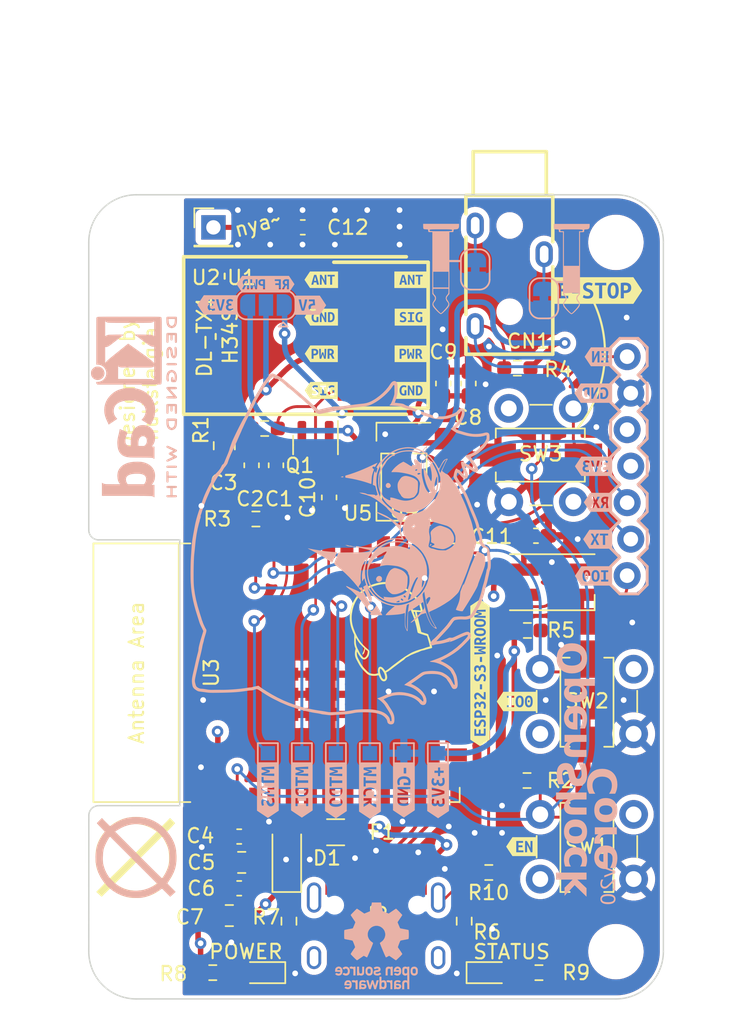
<source format=kicad_pcb>
(kicad_pcb (version 20221018) (generator pcbnew)
  (layers (0 "F.Cu" signal) (1 "In1.Cu" power) (2 "In2.Cu" power) (31 "B.Cu" signal) (34 "B.Paste" user) (35 "F.Paste" user) (36 "B.SilkS" user "B.Silkscreen") (37 "F.SilkS" user "F.Silkscreen") (38 "B.Mask" user) (39 "F.Mask" user) (44 "Edge.Cuts" user))
  (net 0 "")
  (net 1 "+3V3")
  (net 2 "Net-(D1-A)")
  (net 3 "GND")
  (net 4 "RGB")
  (net 6 "D+")
  (net 7 "D-")
  (net 8 "CC1")
  (net 10 "CC2")
  (net 12 "EN")
  (net 13 "Net-(J2-SHIELD)")
  (net 23 "IO0")
  (net 32 "+5V")
  (net 33 "Net-(D2-A)")
  (net 34 "+5VA")
  (net 35 "CTS")
  (net 36 "SERIAL_RX")
  (net 37 "SERIAL_TX")
  (net 38 "E_STOP")
  (net 39 "Net-(AE1-A)")
  (net 40 "STATUS")
  (net 41 "Net-(D3-A)")
  (net 43 "RF_Power")
  (net 44 "Net-(JP2-A)")
  (net 45 "RF_Signal")
  (net 46 "RF_Shifted")
  (net 51 "Net-(JP3-A)")
  (net 53 "MTCK")
  (net 54 "MTDO")
  (net 55 "MTDI")
  (net 56 "MTMS")
  (net 57 "Net-(U1-ANT)")
  (footprint "PCM_Espressif:ESP32-S3-WROOM-1" (layer "F.Cu") (at 118.0374 90 90)
    (fp_text reference "U3")
    (fp_text value "ESP32-S3-WROOM-1")
  )
  (footprint "Resistor_SMD:R_0603_1608Metric_Pad0.98x0.95mm_HandSolder" (layer "F.Cu") (at 129.8125 103.9)
    (fp_text reference "R10")
    (fp_text value "100k")
  )
  (footprint "kibuzzard-658A42A3" (layer "F.Cu") (at 124.4 67.8)
    (fp_text reference "kibuzzard-658A42A3" hide)
    (fp_text value "G***" hide)
  )
  (footprint "kibuzzard-63FC1BA4" (layer "F.Cu") (at 132.0688 102.1)
    (fp_text reference "kibuzzard-63FC1BA4" hide)
    (fp_text value "G***" hide)
  )
  (footprint "kibuzzard-658A27EA" (layer "F.Cu") (at 137.39 63.4)
    (fp_text reference "kibuzzard-658A27EA" hide)
    (fp_text value "G***" hide)
  )
  (footprint "Capacitor_SMD:C_0603_1608Metric_Pad1.08x0.95mm_HandSolder" (layer "F.Cu") (at 128.397 69.8716 90)
    (fp_text reference "C8")
    (fp_text value "100nF")
  )
  (footprint "kibuzzard-658A3013" (layer "F.Cu") (at 118.15 62.65)
    (fp_text reference "kibuzzard-658A3013" hide)
    (fp_text value "G***" hide)
  )
  (footprint "Resistor_SMD:R_0603_1608Metric_Pad0.98x0.95mm_HandSolder" (layer "F.Cu") (at 113.6 79.3)
    (fp_text reference "R3")
    (fp_text value "10k")
  )
  (footprint "kibuzzard-658A429F" (layer "F.Cu") (at 124.4 70.35)
    (fp_text reference "kibuzzard-658A429F" hide)
    (fp_text value "G***" hide)
  )
  (footprint "MountingHole:MountingHole_3.2mm_M3" (layer "F.Cu") (at 138.6636 60.0493)
    (fp_text reference "REF**")
    (fp_text value "MountingHole_3.2mm_M3")
  )
  (footprint "footprints:LED_WS2812B-Mini_3.5x3.5mm_P1.75mm" (layer "F.Cu") (at 134.23 83.7)
    (fp_text reference "D4" hide)
    (fp_text value "WS2812B-Mini3535" hide)
  )
  (footprint "Resistor_SMD:R_0603_1608Metric_Pad0.98x0.95mm_HandSolder" (layer "F.Cu") (at 110.5975 110.871 180)
    (fp_text reference "R8")
    (fp_text value "5.1k")
  )
  (footprint "Resistor_SMD:R_0603_1608Metric_Pad0.98x0.95mm_HandSolder" (layer "F.Cu") (at 132.4746 97.5003 180)
    (fp_text reference "R2")
    (fp_text value "10k")
  )
  (footprint "kibuzzard-658A42AC" (layer "F.Cu") (at 124.4 62.65)
    (fp_text reference "kibuzzard-658A42AC" hide)
    (fp_text value "G***" hide)
  )
  (footprint "MountingHole:MountingHole_3.2mm_M3" (layer "F.Cu") (at 105.2676 109.4)
    (fp_text reference "REF**")
    (fp_text value "MountingHole_3.2mm_M3")
  )
  (footprint "Connector_PinHeader_2.54mm:PinHeader_1x01_P2.54mm_Vertical" (layer "F.Cu") (at 110.6424 59.0042)
    (fp_text reference "AE1")
    (fp_text value "Antenna")
  )
  (footprint "footprints:tinysussy" (layer "F.Cu") (at 123 87.1 90)
    (fp_text reference "G***")
    (fp_text value "LOGO" hide)
  )
  (footprint "Package_TO_SOT_SMD:SOT-223-3_TabPin2" (layer "F.Cu") (at 123.9 76.008 180)
    (fp_text reference "U5")
    (fp_text value "AMS1117-3.3")
  )
  (footprint "kibuzzard-658A42A8" (layer "F.Cu") (at 124.4 65.25)
    (fp_text reference "kibuzzard-658A42A8" hide)
    (fp_text value "G***" hide)
  )
  (footprint "kibuzzard-658A2FFC" (layer "F.Cu") (at 118.15 70.35)
    (fp_text reference "kibuzzard-658A2FFC" hide)
    (fp_text value "G***" hide)
  )
  (footprint "Capacitor_SMD:C_0603_1608Metric_Pad1.08x0.95mm_HandSolder" (layer "F.Cu") (at 112.4375 101.4)
    (fp_text reference "C4")
    (fp_text value "100nF")
  )
  (footprint "Resistor_SMD:R_0603_1608Metric_Pad0.98x0.95mm_HandSolder" (layer "F.Cu") (at 131.8 68.8)
    (fp_text reference "R4")
    (fp_text value "5.1k")
  )
  (footprint "kibuzzard-658A3009" (layer "F.Cu") (at 118.15 65.25)
    (fp_text reference "kibuzzard-658A3009" hide)
    (fp_text value "G***" hide)
  )
  (footprint "footprints:SW_PUSH_6mm_customized" (layer "F.Cu") (at 133.394 89.75)
    (fp_text reference "SW2")
    (fp_text value "SW_SPST")
  )
  (footprint "Resistor_SMD:R_0603_1608Metric_Pad0.98x0.95mm_HandSolder" (layer "F.Cu") (at 128.1 107.2875 -90)
    (fp_text reference "R6")
    (fp_text value "5.1k")
  )
  (footprint "footprints:nullsmall" (layer "F.Cu") (at 105.25 102.86)
    (fp_text reference "G***" hide)
    (fp_text value "LOGO" hide)
  )
  (footprint "Capacitor_SMD:C_0603_1608Metric_Pad1.08x0.95mm_HandSolder" (layer "F.Cu") (at 118.7 77.8 -90)
    (fp_text reference "C10")
    (fp_text value "100nF")
  )
  (footprint "easyeda2kicad:WIRELM-TH_H34S-433M" (layer "F.Cu") (at 120.0404 66.51 -90)
    (fp_text reference "U2")
    (fp_text value "H34B-433M")
  )
  (footprint "Package_TO_SOT_SMD:SOT-23" (layer "F.Cu") (at 117.75 74.15 -90)
    (fp_text reference "Q1")
    (fp_text value "BSS138")
  )
  (footprint "Fuse:Fuse_1206_3216Metric_Pad1.42x1.75mm_HandSolder" (layer "F.Cu") (at 119.15 101.1)
    (fp_text reference "F1")
    (fp_text value "Polyfuse")
  )
  (footprint "footprints:SW_PUSH_6mm_customized" (layer "F.Cu") (at 133.394 99.8583)
    (fp_text reference "SW1")
    (fp_text value "SW_SPST")
  )
  (footprint "kibuzzard-63FC1B9A" (layer "F.Cu") (at 129.2 90 90)
    (fp_text reference "kibuzzard-63FC1B9A" hide)
    (fp_text value "G***" hide)
  )
  (footprint "MountingHole:MountingHole_3.2mm_M3" (layer "F.Cu") (at 138.6636 109.4111)
    (fp_text reference "REF**")
    (fp_text value "MountingHole_3.2mm_M3")
  )
  (footprint "Resistor_SMD:R_0603_1608Metric_Pad0.98x0.95mm_HandSolder" (layer "F.Cu") (at 115.9 107.2875 -90)
    (fp_text reference "R7")
    (fp_text value "5.1k")
  )
  (footprint "Capacitor_SMD:C_0603_1608Metric_Pad1.08x0.95mm_HandSolder" (layer "F.Cu") (at 112.4375 105)
    (fp_text reference "C6")
    (fp_text value "10uF")
  )
  (footprint "kibuzzard-63FC1BB3" (layer "F.Cu") (at 131.7486 92)
    (fp_text reference "kibuzzard-63FC1BB3" hide)
    (fp_text value "G***" hide)
  )
  (footprint "Resistor_SMD:R_0603_1608Metric_Pad0.98x0.95mm_HandSolder" (layer "F.Cu") (at 132.5 87.0572)
    (fp_text reference "R5")
    (fp_text value "10k")
  )
  (footprint "Capacitor_SMD:C_0805_2012Metric_Pad1.18x1.45mm_HandSolder" (layer "F.Cu") (at 111.4 74.2 -90)
    (fp_text reference "C3")
    (fp_text value "22uF")
  )
  (footprint "easyeda2kicad:WIELM-TH_DL-TX1-433M" (layer "F.Cu") (at 122.55 66.51 180)
    (fp_text reference "U1")
    (fp_text value "DL-TX1-433M")
  )
  (footprint "footprints:HRO-TYPE-C-31-M-12-HandSoldering_ABPads" (layer "F.Cu") (at 121.967572 112.425)
    (fp_text reference "J2")
    (fp_text value "USB_C_Receptacle_USB2.0")
  )
  (footprint "kibuzzard-658A3003" (layer "F.Cu") (at 118.15 67.8)
    (fp_text reference "kibuzzard-658A3003" hide)
    (fp_text value "G***" hide)
  )
  (footprint "easyeda2kicad:AUDIO-TH_PJ-3200" (layer "F.Cu") (at 131.2672 62.3734 -90)
    (fp_text reference "CN1")
    (fp_text value "PJ-3200")
  )
  (footprint "Resistor_SMD:R_0603_1608Metric_Pad0.98x0.95mm_HandSolder" (layer "F.Cu") (at 114.2125 73)
    (fp_text reference "R1")
    (fp_text value "10k")
  )
  (footprint "MountingHole:MountingHole_3.2mm_M3" (layer "F.Cu") (at 105.2676 60.0382)
    (fp_text reference "REF**")
    (fp_text value "MountingHole_3.2mm_M3")
  )
  (footprint "footprints:SW_PUSH_6mm_customized" (layer "F.Cu") (at 135.7 71.6 -90)
    (fp_text reference "SW3")
    (fp_text value "SW_SPST")
  )
  (footprint "LED_SMD:LED_0603_1608Metric_Pad1.05x0.95mm_HandSolder" (layer "F.Cu") (at 129.925 110.871)
    (fp_text reference "D3")
    (fp_text value "STATUS")
  )
  (footprint "Capacitor_SMD:C_0603_1608Metric_Pad1.08x0.95mm_HandSolder" (layer "F.Cu") (at 133.096 80.4672 180)
    (fp_text reference "C11")
    (fp_text value "100nF")
  )
  (footprint "Diode_SMD:D_SOD-123" (layer "F.Cu") (at 115.75 102.9 90)
    (fp_text reference "D1")
    (fp_text value "D_Schottky")
  )
  (footprint "Capacitor_SMD:C_0805_2012Metric_Pad1.18x1.45mm_HandSolder" (layer "F.Cu") (at 111.75 106.9 180)
    (fp_text reference "C7")
    (fp_text value "22uF")
  )
  (footprint "Capacitor_SMD:C_0603_1608Metric_Pad1.08x0.95mm_HandSolder" (layer "F.Cu") (at 126.6444 69.8705 90)
    (fp_text reference "C9")
    (fp_text value "10uF")
  )
  (footprint "Package_TO_SOT_SMD:SOT-23_Handsoldering" (layer "F.Cu") (at 123.9004 75.5 90)
    (fp_text reference "U4")
    (fp_text value "MCP1700x-300xxTT")
  )
  (footprint "Capacitor_SMD:C_0603_1608Metric_Pad1.08x0.95mm_HandSolder" (layer "F.Cu") (at 116.8625 59)
    (fp_text reference "C12")
    (fp_text value "73pF")
  )
  (footprint "LED_SMD:LED_0603_1608Metric_Pad1.05x0.95mm_HandSolder" (layer "F.Cu") (at 113.985 110.871 180)
    (fp_text reference "D2")
    (fp_text value "POWER")
  )
  (footprint "Capacitor_SMD:C_0805_2012Metric_Pad1.18x1.45mm_HandSolder" (layer "F.Cu") (at 112.6125 103.2)
    (fp_text reference "C5")
    (fp_text value "22uF")
  )
  (footprint "Resistor_SMD:R_0603_1608Metric_Pad0.98x0.95mm_HandSolder" (layer "F.Cu") (at 133.3032 110.871)
    (fp_text reference "R9")
    (fp_text value "5.1k")
  )
  (footprint "Capacitor_SMD:C_0603_1608Metric_Pad1.08x0.95mm_HandSolder" (layer "F.Cu") (at 113.3 75.5625 -90)
    (fp_text reference "C2")
    (fp_text value "10uF")
  )
  (footprint "Capacitor_SMD:C_0603_1608Metric_Pad1.08x0.95mm_HandSolder" (layer "F.Cu") (at 115 75.5625 -90)
    (fp_text reference "C1")
    (fp_text value "100nF")
  )
  (footprint "LOGO" (layer "B.Cu") (at 119.973253 81.8 -90)
    (fp_text reference "G***" hide)
    (fp_text value "LOGO" hide)
  )
  (footprint "kibuzzard-65AF1A0B" (layer "B.Cu") (at 117.4 64.42 180)
    (fp_text reference "kibuzzard-65AF1A0B" hide)
    (fp_text value "G***" hide)
  )
  (footprint "kibuzzard-658A26DB" (layer "B.Cu") (at 114.433336 98.17 -90)
    (fp_text reference "kibuzzard-658A26DB" hide)
    (fp_text value "G***" hide)
  )
  (footprint "kibuzzard-658A779F" (layer "B.Cu") (at 123.9012 98.1964 -90)
    (fp_text reference "kibuzzard-658A779F" hide)
    (fp_text value "G***" hide)
  )
  (footprint "TestPoint:TestPoint_Pad_1.0x1.0mm" (layer "B.Cu") (at 121.533334 95.6 90)
    (fp_text reference "TP1" hide)
    (fp_text value "MTCK" hide)
  )
  (footprint "Jumper:SolderJumper-2_P1.3mm_Bridged_RoundedPad1.0x1.5mm" (layer "B.Cu") (at 133.65 63.9386 -90)
    (fp_text reference "JP3" hide)
    (fp_text value "SolderJumper_2_Open")
  )
  (footprint "kibuzzard-658A2659" (layer "B.Cu") (at 137.41 78.14 180)
    (fp_text reference "kibuzzard-658A2659" hide)
    (fp_text value "G***" hide)
  )
  (footprint "TestPoint:TestPoint_Pad_1.0x1.0mm" (layer "B.Cu") (at 126.266666 95.6 180)
    (fp_text reference "TP5" hide)
    (fp_text value "3V3" hide)
  )
  (footprint "TestPoint:TestPoint_Pad_1.0x1.0mm" (layer "B.Cu") (at 123.9 95.6 180)
    (fp_text reference "TP6" hide)
    (fp_text value "GND" hide)
  )
  (footprint "kibuzzard-658A26D4" (layer "B.Cu") (at 119.168336 98.19 -90)
    (fp_text reference "kibuzzard-658A26D4" hide)
    (fp_text value "G***" hide)
  )
  (footprint "Jumper:SolderJumper-2_P1.3mm_Bridged_RoundedPad1.0x1.5mm" (layer "B.Cu") (at 128.87 61.934 -90)
    (fp_text reference "JP2" hide)
    (fp_text value "SolderJumper_2_Open")
  )
  (footprint "TestPoint:TestPoint_Pad_1.0x1.0mm" (layer "B.Cu") (at 114.433336 95.6 180)
    (fp_text reference "TP4" hide)
    (fp_text value "MTMS" hide)
  )
  (footprint "TestPoint:TestPoint_Pad_1.0x1.0mm" (layer "B.Cu") (at 116.800002 95.6 90)
    (fp_text reference "TP3" hide)
    (fp_text value "MTDI" hide)
  )
  (footprint "kibuzzard-658A264C" (layer "B.Cu") (at 137.44 68.01 180)
    (fp_text reference "kibuzzard-658A264C" hide)
    (fp_text value "G***" hide)
  )
  (footprint "kibuzzard-658A4835" (layer "B.Cu") (at 126.283336 98.21 -90)
    (fp_text reference "kibuzzard-658A4835" hide)
    (fp_text value "G***" hide)
  )
  (footprint "kibuzzard-65AF1A15" (layer "B.Cu") (at 110.91 64.4 180)
    (fp_text reference "kibuzzard-65AF1A15" hide)
    (fp_text value "G***" hide)
  )
  (footprint "LOGO" (layer "B.Cu") (at 135.5852 61.9046 90)
    (fp_text reference "G***" hide)
    (fp_text value "LOGO" hide)
  )
  (footprint "kibuzzard-658A265D" (layer "B.Cu") (at 137.38 80.71 180)
    (fp_text reference "kibuzzard-658A265D" hide)
    (fp_text value "G***" hide)
  )
  (footprint "kibuzzard-658A26D7" (layer "B.Cu") (at 116.798336 98.16 -90)
    (fp_text reference "kibuzzard-658A26D7" hide)
    (fp_text value "G***" hide)
  )
  (footprint "LOGO" (layer "B.Cu") (at 126.492 61.9 90)
    (fp_text reference "G***" hide)
    (fp_text value "LOGO" hide)
  )
  (footprint "kibuzzard-658A269D" (layer "B.Cu") (at 121.538336 98.21 -90)
    (fp_text reference "kibuzzard-658A269D" hide)
    (fp_text value "G***" hide)
  )
  (footprint "Symbol:KiCad-Logo2_5mm_SilkScreen" (layer "B.Cu") (at 105.1 71.5 -90)
    (fp_text reference "REF**" hide)
    (fp_text value "KiCad-Logo2_5mm_SilkScreen" hide)
  )
  (footprint "kibuzzard-658A2652" (layer "B.Cu") (at 137.1 75.63 180)
    (fp_text reference "kibuzzard-658A2652" hide)
    (fp_text value "G***" hide)
  )
  (footprint "footprints:1X07_LOCK" (layer "B.Cu") (at 139.568855 68.001843 -90)
    (fp_text reference "J1")
    (fp_text value "Serial Debug")
  )
  (footprint "Symbol:OSHW-Logo_5.7x6mm_SilkScreen" (layer "B.Cu") (at 122 109 180)
    (fp_text reference "REF**" hide)
    (fp_text value "OSHW-Logo_5.7x6mm_SilkScreen" hide)
  )
  (footprint "TestPoint:TestPoint_Pad_1.0x1.0mm" (layer "B.Cu") (at 119.166668 95.6 180)
    (fp_text reference "TP2" hide)
    (fp_text value "MTDO" hide)
  )
  (footprint "Jumper:SolderJumper-3_P1.3mm_Open_RoundedPad1.0x1.5mm" (layer "B.Cu") (at 114.3 64.4075 180)
    (fp_text reference "JP1" hide)
    (fp_text value "Transmitter Power Selection")
  )
  (footprint "kibuzzard-658A2661" (layer "B.Cu") (at 137.1 83.26 180)
    (fp_text reference "kibuzzard-658A2661" hide)
    (fp_text value "G***" hide)
  )
  (footprint "footprints:nullsmall" (layer "B.Cu") (at 105.25 102.86 180)
    (fp_text reference "G***" hide)
    (fp_text value "LOGO" hide)
  )
  (footprint "kibuzzard-658A2647" (layer "B.Cu") (at 137.08 70.54 180)
    (fp_text reference "kibuzzard-658A2647" hide)
    (fp_text value "G***" hide)
  )
  (footprint "kibuzzard-658A25BD" (layer "B.Cu") (at 114.27 62.96 180)
    (fp_text reference "kibuzzard-658A25BD" hide)
    (fp_text value "G***" hide)
  )
  (gr_line (start 127.076775 61.3476) (end 127.837625 61.3476) (stroke (width 0.15)) (layer "B.SilkS"))
  (gr_line (start 134.5184 62.8) (end 135.1534 62.8) (stroke (width 0.15)) (layer "B.SilkS"))
  (gr_line (start 110.8 66.425) (end 110.8 66.775) (stroke (width 0.15)) (layer "F.SilkS"))
  (gr_line (start 111.425 62.225) (end 111.425 62.575) (stroke (width 0.15)) (layer "F.SilkS"))
  (gr_arc (start 137.043334 64.053215) (mid 137.84531 68.623112) (end 136.0428 72.8984) (stroke (width 0.15)) (layer "F.SilkS"))
  (gr_line (start 101.969544 99.933944) (end 101.9656 109.398) (stroke (width 0.1)) (layer "Edge.Cuts"))
  (gr_line (start 141.9656 109.398) (end 141.9656 60.0382) (stroke (width 0.1)) (layer "Edge.Cuts"))
  (gr_arc (start 141.9656 109.398) (mid 140.998467 111.732867) (end 138.6636 112.7) (stroke (width 0.1)) (layer "Edge.Cuts"))
  (gr_line (start 108.3 99.25) (end 108.3 80.75) (stroke (width 0.1)) (layer "Edge.Cuts"))
  (gr_line (start 108.3 80.75) (end 102.653944 80.75) (stroke (width 0.1)) (layer "Edge.Cuts"))
  (gr_line (start 108.3 99.25) (end 102.653944 99.249544) (stroke (width 0.1)) (layer "Edge.Cuts"))
  (gr_arc (start 138.6636 56.7362) (mid 140.998467 57.703333) (end 141.9656 60.0382) (stroke (width 0.1)) (layer "Edge.Cuts"))
  (gr_line (start 101.9656 80.066056) (end 101.9656 60.0382) (stroke (width 0.1)) (layer "Edge.Cuts"))
  (gr_line (start 138.6636 56.7362) (end 105.2676 56.7362) (stroke (width 0.1)) (layer "Edge.Cuts"))
  (gr_arc (start 101.969544 99.933944) (mid 102.17 99.45) (end 102.653944 99.249544) (stroke (width 0.1)) (layer "Edge.Cuts"))
  (gr_arc (start 102.653944 80.7544) (mid 102.167211 80.552789) (end 101.9656 80.066056) (stroke (width 0.1)) (layer "Edge.Cuts"))
  (gr_arc (start 105.2676 112.7) (mid 102.932733 111.732867) (end 101.9656 109.398) (stroke (width 0.1)) (layer "Edge.Cuts"))
  (gr_line (start 105.2676 112.7) (end 138.6636 112.7) (stroke (width 0.1)) (layer "Edge.Cuts"))
  (gr_arc (start 101.9656 60.0382) (mid 102.932733 57.703333) (end 105.2676 56.7362) (stroke (width 0.1)) (layer "Edge.Cuts"))
  (gr_text "Core" (at 139.065 96.5454 90) (layer "B.SilkS") (effects (font (size 2 2) (thickness 0.3) bold) (justify left bottom mirror)))
  (gr_text "0" (at 138.7856 105.3084 90) (layer "B.SilkS") (effects (font (size 1 1)) (justify left bottom mirror)))
  (gr_text "OpenShock" (at 136.9568 87.8078 90) (layer "B.SilkS") (effects (font (size 2 2) (thickness 0.3) bold) (justify left bottom mirror)))
  (gr_text "v2" (at 138.7856 103.4542 90) (layer "B.SilkS") (effects (font (size 1 1)) (justify left bottom mirror)))
  (gr_text "." (at 138.7856 104.8512 90) (layer "B.SilkS") (effects (font (size 1 1)) (justify left bottom mirror)))
  (gr_text "DL-TX1" (at 110.6 66.575 90) (layer "F.SilkS") (effects (font (size 1 1)) (justify bottom)))
  (gr_text "nya~" (at 112.2 59.8 15) (layer "F.SilkS") (effects (font (size 1 1) (thickness 0.15) bold) (justify left bottom)))
  (gr_text "Designed by\nnullstalgia" (at 106.8578 69.9008 90) (layer "F.SilkS") (effects (font (size 1 1)) (justify bottom)))
  (gr_text "H34S" (at 112.4 66.575 90) (layer "F.SilkS") (effects (font (size 1 1)) (justify bottom)))
  (segment (start 134.237109 67.27539) (end 132.7125 68.8) (width 0.381) (layer "F.Cu") (net 1))
  (segment (start 120.75 75.412) (end 120.75 76.604) (width 0.381) (layer "F.Cu") (net 1))
  (segment (start 125.2 75) (end 125.5 75) (width 0.381) (layer "F.Cu") (net 1))
  (segment (start 116.6 78.605025) (end 116.6 78.02578) (width 0.381) (layer "F.Cu") (net 1))
  (segment (start 120.375 73.525) (end 120 73.15) (width 0.381) (layer "F.Cu") (net 1))
  (segment (start 135.1 67.05) (end 134.78125 67.05) (width 0.381) (layer "F.Cu") (net 1))
  (segment (start 131.5875 97.456939) (end 131.5875 87.0572) (width 0.381) (layer "F.Cu") (net 1))
  (segment (start 131.507149 82.825) (end 132.255 82.825) (width 0.381) (layer "F.Cu") (net 1))
  (segment (start 110.93 94.09) (end 110.94 94.1) (width 0.381) (layer "F.Cu") (net 1))
  (segment (start 111.575 100.9875) (end 111.575 101.8125) (width 0.381) (layer "F.Cu") (net 1))
  (segment (start 111.575 105) (end 111.575 101.8125) (width 0.381) (layer "F.Cu") (net 1))
  (segment (start 131.5748 97.4876) (end 131.5621 97.5003) (width 0.381) (layer "F.Cu") (net 1))
  (segment (start 132.25 80.252828) (end 132.25 82.79) (width 0.381) (layer "F.Cu") (net 1))
  (segment (start 125.3252 77) (end 124.8504 77) (width 0.381) (layer "F.Cu") (net 1))
  (segment (start 130.15 84.145) (end 130.15 84.67) (width 0.381) (layer "F.Cu") (net 1))
  (segment (start 119.129 75.579) (end 119.136564 75.586564) (width 0.381) (layer "F.Cu") (net 1))
  (segment (start 120.75 74.43033) (end 120.75 75.412) (width 0.381) (layer "F.Cu") (net 1))
  (segment (start 117.794974 79.8) (end 119.663603 79.8) (width 0.381) (layer "F.Cu") (net 1))
  (segment (start 118.7 76.9375) (end 117.68828 76.9375) (width 0.381) (layer "F.Cu") (net 1))
  (segment (start 126.135734 76.664265) (end 126.700783 76.099216) (width 0.381) (layer "F.Cu") (net 1))
  (segment (start 126.72244 75.92244) (end 126.012132 75.212132) (width 0.381) (layer "F.Cu") (net 1))
  (segment (start 111.0474 99.67433) (end 111.0474 98.818872) (width 0.381) (layer "F.Cu") (net 1))
  (segment (start 126.921 76.008) (end 126.929 76.008) (width 0.381) (layer "F.Cu") (net 1))
  (segment (start 111.575 100.9875) (end 111.575 100.948069) (width 0.381) (layer "F.Cu") (net 1))
  (segment (start 111.575 105) (end 110.385875 105) (width 0.381) (layer "F.Cu") (net 1))
  (segment (start 124.8504 77) (end 124.8504 77.960408) (width 0.381) (layer "F.Cu") (net 1))
  (segment (start 109.75 110.760038) (end 109.75 108.825) (width 0.381) (layer "F.Cu") (net 1))
  (segment (start 123.910808 78.9) (end 121.518198 78.9) (width 0.381) (layer "F.Cu") (net 1))
  (segment (start 110.95 98.583727) (end 110.95 94.124142) (width 0.381) (layer "F.Cu") (net 1))
  (segment (start 109.575 105.810875) (end 109.575 108.526256) (width 0.381) (layer "F.Cu") (net 1))
  (segment (start 130.521231 83.248768) (end 130.5475 83.2225) (width 0.381) (layer "F.Cu") (net 1))
  (segment (start 132.252 80.252) (end 132.254 80.254) (width 0.381) (layer "F.Cu") (net 1))
  (segment (start 109.75 108.825) (end 109.6625 108.7375) (width 0.381) (layer "F.Cu") (net 1))
  (segment (start 120.75 78.131801) (end 120.75 76.604) (width 0.381) (layer "F.Cu") (net 1))
  (segment (start 118.7 74.543302) (end 118.7 73.2125) (width 0.381) (layer "F.Cu") (net 1))
  (segment (start 118.7 76.9375) (end 119.26025 76.9375) (width 0.381) (layer "F.Cu") (net 1))
  (segment (start 120.216656 76.541343) (end 120.328564 76.429435) (width 0.381) (layer "F.Cu") (net 1))
  (segment (start 109.7175 110.8385) (end 109.685 110.871) (width 0.381) (layer "F.Cu") (net 1))
  (segment (start 120.75 79.35) (end 120.975 79.125) (width 0.381) (layer "F.Cu") (net 1))
  (via (at 130.15 84.67) (size 0.8) (drill 0.4) (layers "F.Cu" "B.Cu") (net 1))
  (via (at 110.93 94.09) (size 0.8) (drill 0.4) (layers "F.Cu" "B.Cu") (net 1))
  (via (at 109.75 108.825) (size 0.8) (drill 0.4) (layers "F.Cu" "B.Cu") (net 1))
  (via (at 120 73.15) (size 0.8) (drill 0.4) (layers "F.Cu" "B.Cu") (net 1))
  (via (at 125.2 75) (size 0.8) (drill 0.4) (layers "F.Cu" "B.Cu") (net 1))
  (via (at 131.5875 88.5) (size 0.8) (drill 0.4) (layers "F.Cu" "B.Cu") (net 1))
  (via (at 135.1 67.05) (size 0.8) (drill 0.4) (layers "F.Cu" "B.Cu") (net 1))
  (arc (start 120.75 76.604) (mid 120.597602 76.37592) (end 120.328564 76.429435) (width 0.381) (layer "F.Cu") (net 1))
  (arc (start 111.3112 100.3112) (mid 111.50644 100.603398) (end 111.575 100.948069) (width 0.381) (layer "F.Cu") (net 1))
  (arc (start 109.75 110.760038) (mid 109.741553 110.802501) (end 109.7175 110.8385) (width 0.381) (layer "F.Cu") (net 1))
  (arc (start 120.154 76.008) (mid 120.575435 75.833435) (end 120.75 75.412) (width 0.381) (layer "F.Cu") (net 1))
  (arc (start 109.575 108.526256) (mid 109.59774 108.64058) (end 109.6625 108.7375) (width 0.381) (layer "F.Cu") (net 1))
  (arc (start 120.216656 76.541343) (mid 119.777853 76.834542) (end 119.26025 76.9375) (width 0.381) (layer "F.Cu") (net 1))
  (arc (start 118.7 74.543302) (mid 118.811493 75.103817) (end 119.129 75.579) (width 0.381) (layer "F.Cu") (net 1))
  (arc (start 130.521231 83.248768) (mid 130.246479 83.659963) (end 130.15 84.145) (width 0.381) (layer "F.Cu") (net 1))
  (arc (start 120.975 78.675) (mid 121.224221 78.841524) (end 121.518198 78.9) (width 0.381) (layer "F.Cu") (net 1))
  (arc (start 111.0474 99.67433) (mid 111.115959 100.019001) (end 111.3112 100.3112) (width 0.381) (layer "F.Cu") (net 1))
  (arc (start 116.6 78.605025) (mid 116.690962 79.062322) (end 116.95 79.45) (width 0.381) (layer "F.Cu") (net 1))
  (arc (start 110.385875 105) (mid 110.075566 105.061724) (end 109.8125 105.2375) (width 0.381) (layer "F.Cu") (net 1))
  (arc (start 110.9987 98.7013) (mid 111.034743 98.755242) (end 111.0474 98.818872) (width 0.381) (layer "F.Cu") (net 1))
  (arc (start 116.95 79.45) (mid 117.337677 79.709037) (end 117.794974 79.8) (width 0.381) (layer "F.Cu") (net 1))
  (arc (start 131.5875 97.456939) (mid 131.584199 97.473532) (end 131.5748 97.4876) (width 0.381) (layer "F.Cu") (net 1))
  (arc (start 126.921 76.008) (mid 126.801819 76.031706) (end 126.700783 76.099216) (width 0.381) (layer "F.Cu") (net 1))
  (arc (start 110.94 94.1) (mid 110.947401 94.111076) (end 110.95 94.124142) (width 0.381) (layer "F.Cu") (net 1))
  (arc (start 126.012132 75.212132) (mid 125.777163 75.055131) (end 125.5 75) (width 0.381) (layer "F.Cu") (net 1))
  (arc (start 110.95 98.583727) (mid 110.962656 98.647357) (end 110.9987 98.7013) (width 0.381) (layer "F.Cu") (net 1))
  (arc (start 116.91875 77.25625) (mid 116.68284 77.609313) (end 116.6 78.02578) (width 0.381) (layer "F.Cu") (net 1))
  (arc (start 124.8504 77.960408) (mid 124.778877 78.319974) (end 124.5752 78.6248) (width 0.381) (layer "F.Cu") (net 1))
  (arc (start 117.68828 76.9375) (mid 117.271813 77.02034) (end 116.91875 77.25625) (width 0.381) (layer "F.Cu") (net 1))
  (arc (start 134.78125 67.05) (mid 134.486763 67.108576) (end 134.237109 67.27539) (width 0.381) (layer "F.Cu") (net 1))
  (arc (start 119.136564 75.586564) (mid 119.603367 75.898472) (end 120.154 76.008) (width 0.381) (layer "F.Cu") (net 1))
  (arc (start 132.252 80.252) (mid 132.250723 80.251745) (end 132.25 80.252828) (width 0.381) (layer "F.Cu") (net 1))
  (arc (start 120.328564 76.429435) (mid 120.382079 76.160397) (end 120.154 76.008) (width 0.381) (layer "F.Cu") (net 1))
  (arc (start 120.75 78.131801) (mid 120.808475 78.425778) (end 120.975 78.675) (width 0.381) (layer "F.Cu") (net 1))
  (arc (start 120.975 79.125) (mid 121.068198 78.9) (end 120.975 78.675) (width 0.381) (layer "F.Cu") (net 1))
  (arc (start 124.5752 78.6248) (mid 124.270374 78.828477) (end 123.910808 78.9) (width 0.381) (layer "F.Cu") (net 1))
  (arc (start 131.507149 82.825) (mid 130.98779 82.928306) (end 130.5475 83.2225) (width 0.381) (layer "F.Cu") (net 1))
  (arc (start 120.375 73.525) (mid 120.65254 73.940368) (end 120.75 74.43033) (width 0.381) (layer "F.Cu") (net 1))
  (arc (start 120.75 79.35) (mid 120.251556 79.683048) (end 119.663603 79.8) (width 0.381) (layer "F.Cu") (net 1))
  (arc (start 126.135734 76.664265) (mid 125.763857 76.912745) (end 125.3252 77) (width 0.381) (layer "F.Cu") (net 1))
  (arc (start 126.72244 75.92244) (mid 126.81721 75.985763) (end 126.929 76.008) (width 0.381) (layer "F.Cu") (net 1))
  (arc (start 126.929 76.008) (mid 126.929 76.008) (end 126.929 76.008) (width 0.381) (layer "F.Cu") (net 1))
  (arc (start 121.518198 78.9) (mid 121.224221 78.958475) (end 120.975 79.125) (width 0.381) (layer "F.Cu") (net 1))
  (arc (start 109.8125 105.2375) (mid 109.636724 105.500566) (end 109.575 105.810875) (width 0.381) (layer "F.Cu") (net 1))
  (segment (start 127.927207 95.6) (end 126.266666 95.6) (width 0.381) (layer "B.Cu") (net 1))
  (segment (start 116.358147 73.15) (end 120 73.15) (width 0.381) (layer "B.Cu") (net 1))
  (segment (start 131 90.108361) (end 131 92.527207) (width 0.381) (layer "B.Cu") (net 1))
  (segment (start 131.5875 88.802718) (end 131.5875 88.5) (width 0.381) (layer "B.Cu") (net 1))
  (segment (start 131.55104 67.05) (end 135.1 67.05) (width 0.381) (layer "B.Cu") (net 1))
  (segment (start 113.2 69.991852) (end 113.2 64.748921) (width 0.381) (layer "B.Cu") (net 1))
  (segment (start 131.293749 89.399185) (end 131.373446 89.319489) (width 0.381) (layer "B.Cu") (net 1))
  (segment (start 128.453553 64.2) (end 129.246446 64.2) (width 0.381) (layer "B.Cu") (net 1))
  (segment (start 130.1 65.053553) (end 130.1 65.598959) (width 0.381) (layer "B.Cu") (net 1))
  (segment (start 113.1 64.5075) (end 113.25 64.6575) (width 0.381) (layer "B.Cu") (net 1))
  (segment (start 127.6 70.902943) (end 127.6 65.053553) (width 0.381) (layer "B.Cu") (net 1))
  (segment (start 125.2 75) (end 126.4 73.8) (width 0.381) (layer "B.Cu") (net 1))
  (arc (start 113.2 69.991852) (mid 113.440399 71.200423) (end 114.125 72.225) (width 0.381) (layer "B.Cu") (net 1))
  (arc (start 131.293749 89.399185) (mid 131.076342 89.724558) (end 131 90.108361) (width 0.381) (layer "B.Cu") (net 1))
  (arc (start 127.6 70.902943) (mid 127.28813 72.470819) (end 126.4 73.8) (width 0.381) (layer "B.Cu") (net 1))
  (arc (start 131.5875 88.802718) (mid 131.531869 89.082392) (end 131.373446 89.319489) (width 0.381) (layer "B.Cu") (net 1))
  (arc (start 130.1 94.7) (mid 129.103114 95.366097) (end 127.927207 95.6) (width 0.381) (layer "B.Cu") (net 1))
  (arc (start 114.125 72.225) (mid 115.149576 72.9096) (end 116.358147 73.15) (width 0.381) (layer "B.Cu") (net 1))
  (arc (start 131 92.527207) (mid 130.766097 93.703114) (end 130.1 94.7) (width 0.381) (layer "B.Cu") (net 1))
  (arc (start 129.85 64.45) (mid 130.035027 64.726912) (end 130.1 65.053553) (width 0.381) (layer "B.Cu") (net 1))
  (arc (start 113.1 64.5075) (mid 113.1 64.5075) (end 113.1 64.5075) (width 0.381) (layer "B.Cu") (net 1))
  (arc (start 127.85 64.45) (mid 127.664972 64.726912) (end 127.6 65.053553) (width 0.381) (layer "B.Cu") (net 1))
  (arc (start 129.85 64.45) (mid 129.573087 64.264972) (end 129.246446 64.2) (width 0.381) (layer "B.Cu") (net 1))
  (arc (start 130.525 66.625) (mid 130.995751 66.939546) (end 131.55104 67.05) (width 0.381) (layer "B.Cu") (net 1))
  (arc (start 130.1 65.598959) (mid 130.210453 66.154248) (end 130.525 66.625) (width 0.381) (layer "B.Cu") (net 1))
  (arc (start 128.453553 64.2) (mid 128.126912 64.264972) (end 127.85 64.45) (width 0.381) (layer "B.Cu") (net 1))
  (arc (start 113.1 64.5075) (mid 113.17401 64.618264) (end 113.2 64.748921) (width 0.381) (layer "B.Cu") (net 1))
  (segment (start 117.6375 101.225) (end 117.6625 101.2) (width 0.381) (layer "F.Cu") (net 2))
  (segment (start 117.577144 101.25) (end 115.75 101.25) (width 0.381) (layer "F.Cu") (net 2))
  (arc (start 117.6375 101.225) (mid 117.609808 101.243502) (end 117.577144 101.25) (width 0.381) (layer "F.Cu") (net 2))
  (segment (start 114.024228 103.2) (end 113.65 103.2) (width 0.381) (layer "F.Cu") (net 3))
  (segment (start 115.8 79.2) (end 115.75 79.25) (width 0.381) (layer "F.Cu") (net 3))
  (segment (start 120.873743 102.725) (end 121.0875 102.725) (width 0.381) (layer "F.Cu") (net 3))
  (segment (start 119.09768 60.2) (end 118.90864 60.38904) (width 0.381) (layer "F.Cu") (net 3))
  (segment (start 110.7125 108.091529) (end 110.7125 106.9) (width 0.381) (layer "F.Cu") (net 3))
  (segment (start 120.6625 102.8125) (end 120.575 102.9) (width 0.381) (layer "F.Cu") (net 3))
  (segment (start 118.102512 103) (end 117.435355 103) (width 0.381) (layer "F.Cu") (net 3))
  (segment (start 114.329419 108.60808) (end 114.55 108.3875) (width 0.381) (layer "F.Cu") (net 3))
  (segment (start 126.6 66.1) (end 126.6 66.05) (width 0.381) (layer "F.Cu") (net 3))
  (segment (start 113.4718 101.8) (end 113.5 101.8) (width 0.381) (layer "F.Cu") (net 3))
  (segment (start 114.431905 104.578093) (end 114.261022 104.748977) (width 0.381) (layer "F.Cu") (net 3))
  (segment (start 113.3 105) (end 113.3 101.4) (width 0.381) (layer "F.Cu") (net 3))
  (segment (start 114.69 103.865771) (end 114.69 103.955) (width 0.381) (layer "F.Cu") (net 3))
  (segment (start 123.026001 63.9064) (end 119.139889 63.9064) (width 0.381) (layer "F.Cu") (net 3))
  (segment (start 115.82045 106.454549) (end 115.009229 107.26577) (width 0.381) (layer "F.Cu") (net 3))
  (segment (start 114.31875 108.625) (end 111.24597 108.625) (width 0.381) (layer "F.Cu") (net 3))
  (segment (start 125.1906 104.77) (end 125.1906 104.775) (width 0.381) (layer "F.Cu") (net 3))
  (segment (start 117.375 103.025) (end 117.35 103.05) (width 0.381) (layer "F.Cu") (net 3))
  (segment (start 115.7875 106.375) (end 115.675 106.375) (width 0.381) (layer "F.Cu") (net 3))
  (segment (start 118.7 103.597487) (end 118.7 104.6195) (width 0.381) (layer "F.Cu") (net 3))
  (segment (start 126.564644 65.964644) (end 125.5532 64.9532) (width 0.381) (layer "F.Cu") (net 3))
  (segment (start 126.5936 103.8098) (end 126.7968 103.6066) (width 0.381) (layer "F.Cu") (net 3))
  (segment (start 115.629289 79.3) (end 114.5125 79.3) (width 0.381) (layer "F.Cu") (net 3))
  (segment (start 130.6428 75.4484) (end 129.9428 74.7484) (width 0.2) (layer "F.Cu") (net 3))
  (segment (start 126.103031 104.013) (end 125.2728 104.013) (width 0.381) (layer "F.Cu") (net 3))
  (segment (start 113.655 105) (end 113.3 105) (width 0.381) (layer "F.Cu") (net 3))
  (segment (start 118.7196 63.48611) (end 118.7196 60.845422) (width 0.381) (layer "F.Cu") (net 3))
  (segment (start 121.663648 102.486351) (end 123.8 100.35) (width 0.381) (layer "F.Cu") (net 3))
  (segment (start 114.775 107.83125) (end 114.775 107.844301) (width 0.381) (layer "F.Cu") (net 3))
  (via (at 116.84652 60.2) (size 0.8) (drill 0.4) (layers "F.Cu" "B.Cu") (net 3))
  (via (at 121.34884 57.8) (size 0.8) (drill 0.4) (layers "F.Cu" "B.Cu") (net 3))
  (via (at 136 80.7) (size 0.8) (drill 0.4) (layers "F.Cu" "B.Cu") (net 3))
  (via (at 116.84652 57.8) (size 0.8) (drill 0.4) (layers "F.Cu" "B.Cu") (net 3))
  (via (at 114.51 100.36) (size 0.8) (drill 0.4) (layers "F.Cu" "B.Cu") (net 3))
  (via (at 119.795052 78.543181) (size 0.8) (drill 0.4) (layers "F.Cu" "B.Cu") (net 3))
  (via (at 114.59536 60.2) (size 0.8) (drill 0.4) (layers "F.Cu" "B.Cu") (net 3))
  (via (at 123.6 60.2) (size 0.8) (drill 0.4) (layers "F.Cu" "B.Cu") (net 3))
  (via (at 139.41 65.28) (size 0.8) (drill 0.4) (layers "F.Cu" "B.Cu") (net 3))
  (via (at 125.349 83.4136) (size 0.8) (drill 0.4) (layers "F.Cu" "B.Cu") (net 3))
  (via (at 117.35 103) (size 0.7) (drill 0.4) (layers "F.Cu" "B.Cu") (net 3))
  (via (at 115.8 79.2) (size 0.8) (drill 0.4) (layers "F.Cu" "B.Cu") (net 3))
  (via (at 127.0254 100.7) (size 0.7) (drill 0.4) (layers "F.Cu" "B.Cu") (net 3))
  (via (at 130.7338 101.1428) (size 0.7) (drill 0.4) (layers "F.Cu" "B.Cu") (net 3))
  (via (at 127.5842 110.9218) (size 0.7) (drill 0.4) (layers "F.Cu" "B.Cu") (net 3))
  (via (at 129 78.3) (size 0.8) (drill 0.4) (layers "F.Cu" "B.Cu") (net 3))
  (via (at 119.09768 57.8) (size 0.8) (drill 0.4) (layers "F.Cu" "B.Cu") (net 3))
  (via (at 124.9 102.5) (size 0.7) (drill 0.4) (layers "F.Cu" "B.Cu") (net 3))
  (via (at 111.887 108.7628) (size 0.7) (drill 0.4) (layers "F.Cu" "B.Cu") (net 3))
  (via (at 109.775 96.575) (size 0.7) (drill 0.4) (layers "F.Cu" "B.Cu") (net 3))
  (via (at 117.5 78.7) (size 0.8) (drill 0.4) (layers "F.Cu" "B.Cu") (net 3))
  (via (at 130.048 107.823) (size 0.7) (drill 0.4) (layers "F.Cu" "B.Cu") (net 3))
  (via (at 139.2 91.9) (size 0.8) (drill 0.4) (layers "F.Cu" "B.Cu") (net 3))
  (via (at 126.114574 72.09107) (size 0.8) (drill 0.4) (layers "F.Cu" "B.Cu") (net 3))
  (via (at 112.3442 57.8) (size 0.8) (drill 0.4) (layers "F.Cu" "B.Cu") (net 3))
  (via (at 119.09768 60.2) (size 0.8) (drill 0.4) (layers "F.Cu" "B.Cu") (net 3))
  (via (at 134.85 88.05) (size 0.8) (drill 0.4) (layers "F.Cu" "B.Cu") (net 3))
  (via (at 109.925 91.9) (size 0.8) (drill 0.4) (layers "F.Cu" "B.Cu") (net 3))
  (via (at 126 91.3) (size 0.8) (drill 0.4) (layers "F.Cu" "B.Cu") (net 3))
  (via (at 123.6 58.9534) (size 0.8) (drill 0.4) (layers "F.Cu" "B.Cu") (net 3))
  (via (at 109.8296 102.1334) (size 0.7) (drill 0.4) (layers "F.Cu" "B.Cu") (net 3))
  (via (at 129.5908 69.9262) (size 0.7) (drill 0.4) (layers "F.Cu" "B.Cu") (net 3))
  (via (at 134.2 82.3) (size 0.8) (drill 0.4) (layers "F.Cu" "B.Cu") (net 3))
  (via (at 122.8344 91.3) (size 0.8) (drill 0.4) (layers "F.Cu" "B.Cu") (net 3))
  (via (at 123.6 57.8) (size 0.8) (drill 0.4) (layers "F.Cu" "B.Cu") (net 3))
  (via (at 121.96 102.38) (size 0.7) (drill 0.4) (layers "F.Cu" "B.Cu") (net 3))
  (via (at 112.3442 60.2) (size 0.8) (drill 0.4) (layers "F.Cu" "B.Cu") (net 3))
  (via (at 109.8042 78.3844) (size 0.8) (drill 0.4) (layers "F.Cu" "B.Cu") (net 3))
  (via (at 137.3 72.9) (size 0.8) (drill 0.4) (layers "F.Cu" "B.Cu") (net 3))
  (via (at 126.75 103.65) (size 0.7) (drill 0.4) (layers "F.Cu" "B.Cu") (net 3))
  (via (at 130.7338 99.25) (size 0.7) (drill 0.4) (layers "F.Cu" "B.Cu") (net 3))
  (via (at 116.332 110.9218) (size 0.7) (drill 0.4) (layers "F.Cu" "B.Cu") (net 3))
  (via (at 120.5 102.9) (size 0.7) (drill 0.4) (layers "F.Cu" "B.Cu") (net 3))
  (via (at 123.8 100.35) (size 0.7) (drill 0.4) (layers "F.Cu" "B.Cu") (net 3))
  (via (at 139.8 86.5) (size 0.8) (drill 0.4) (layers "F.Cu" "B.Cu") (net 3))
  (via (at 115.7 103) (size 0.7) (drill 0.4) (layers "F.Cu" "B.Cu") (net 3))
  (via (at 133.775 91.9) (size 0.8) (drill 0.4) (layers "F.Cu" "B.Cu") (net 3))
  (via (at 129.822418 67.291588) (size 0.7) (drill 0.4) (layers "F.Cu" "B.Cu") (net 3))
  (via (at 122.6 73.4) (size 0.8) (drill 0.4) (layers "F.Cu" "B.Cu") (net 3))
  (via (at 126.6 66.1) (size 0.7) (drill 0.4) (layers "F.Cu" "B.Cu") (net 3))
  (via (at 130.4 88.8) (size 0.8) (drill 0.4) (layers "F.Cu" "B.Cu") (net 3))
  (via (at 114.59536 57.8) (size 0.8) (drill 0.4) (layers "F.Cu" "B.Cu") (net 3))
  (via (at 128.8288 101.1428) (size 0.7) (drill 0.4) (layers "F.Cu" "B.Cu") (net 3))
  (arc (start 118.525 103.175) (mid 118.654518 103.368838) (end 118.7 103.597487) (width 0.381) (layer "F.Cu") (net 3))
  (arc (start 118.525 103.175) (mid 118.33116 103.045481) (end 118.102512 103) (width 0.381) (layer "F.Cu") (net 3))
  (arc (start 121.663648 102.486351) (mid 121.399309 102.662977) (end 121.0875 102.725) (width 0.381) (layer "F.Cu") (net 3))
  (arc (start 118.7196 63.48611) (mid 118.751592 63.646948) (end 118.8427 63.7833) (width 0.381) (layer "F.Cu") (net 3))
  (arc (start 114.329419 108.60808) (mid 114.326148 108.612975) (end 114.325 108.61875) (width 0.381) (layer "F.Cu") (net 3))
  (arc (start 114.69 103.955) (mid 114.622923 104.292215) (end 114.431905 104.578093) (width 0.381) (layer "F.Cu") (net 3))
  (arc (start 110.86875 108.46875) (mid 111.04182 108.584391) (end 111.24597 108.625) (width 0.381) (layer "F.Cu") (net 3))
  (arc (start 125.5532 64.9532) (mid 124.393711 64.178454) (end 123.026001 63.9064) (width 0.381) (layer "F.Cu") (net 3))
  (arc (start 117.435355 103) (mid 117.402691 103.006497) (end 117.375 103.025) (width 0.381) (layer "F.Cu") (net 3))
  (arc (start 126.564644 65.964644) (mid 126.590811 66.003805) (end 126.6 66.05) (width 0.381) (layer "F.Cu") (net 3))
  (arc (start 114.775 107.844301) (mid 114.716524 108.138278) (end 114.55 108.3875) (width 0.381) (layer "F.Cu") (net 3))
  (arc (start 115.009229 107.26577) (mid 114.835874 107.525214) (end 114.775 107.83125) (width 0.381) (layer "F.Cu") (net 3))
  (arc (start 114.261022 104.748977) (mid 113.982976 104.934761) (end 113.655 105) (width 0.381) (layer "F.Cu") (net 3))
  (arc (start 114.495 103.395) (mid 114.639321 103.610991) (end 114.69 103.865771) (width 0.381) (layer "F.Cu") (net 3))
  (arc (start 114.495 103.395) (mid 114.279008 103.250678) (end 114.024228 103.2) (width 0.381) (layer "F.Cu") (net 3))
  (arc (start 115.82045 106.454549) (mid 115.830551 106.403766) (end 115.7875 106.375) (width 0.381) (layer "F.Cu") (net 3))
  (arc (start 115.75 79.25) (mid 115.694617 79.287005) (end 115.629289 79.3) (width 0.381) (layer "F.Cu") (net 3))
  (arc (start 110.7125 108.091529) (mid 110.753108 108.295679) (end 110.86875 108.46875) (width 0.381) (layer "F.Cu") (net 3))
  (arc (start 114.325 108.61875) (mid 114.323169 108.623169) (end 114.31875 108.625) (width 0.381) (layer "F.Cu") (net 3))
  (arc (start 126.5936 103.8098) (mid 126.368525 103.96019) (end 126.103031 104.013) (width 0.381) (layer "F.Cu") (net 3))
  (arc (start 118.8427 63.7833) (mid 118.979051 63.874407) (end 119.139889 63.9064) (width 0.381) (layer "F.Cu") (net 3))
  (arc (start 118.90864 60.38904) (mid 118.768729 60.59843) (end 118.7196 60.845422) (width 0.381) (layer "F.Cu") (net 3))
  (arc (start 120.873743 102.725) (mid 120.759419 102.74774) (end 120.6625 102.8125) (width 0.381) (layer "F.Cu") (net 3))
  (segment (start 134.675484 83.224515) (end 134.6375 83.2625) (width 0.2) (layer "F.Cu") (net 4))
  (segment (start 128.909099 87.1909) (end 130.47129 85.628711) (width 0.2) (layer "F.Cu") (net 4))
  (segment (start 128.75 87.575) (end 128.75 87.591403) (width 0.2) (layer "F.Cu") (net 4))
  (segment (start 131.023448 85.4) (end 133.517157 85.4) (width 0.2) (layer "F.Cu") (net 4))
  (segment (start 135.64 82.825) (end 136.205 82.825) (width 0.2) (layer "F.Cu") (net 4))
  (segment (start 136.52 82.835) (end 135.585 82.835) (width 0.2) (layer "F.Cu") (net 4))
  (segment (start 136.52 83.11) (end 135.93 83.11) (width 0.2) (layer "F.Cu") (net 4))
  (segment (start 128.246403 88.095) (end 127.5374 88.095) (width 0.2) (layer "F.Cu") (net 4))
  (segment (start 134.2 84.318718) (end 134.2 84.717157) (width 0.2) (layer "F.Cu") (net 4))
  (arc (start 128.6025 87.9475) (mid 128.439121 88.056665) (end 128.246403 88.095) (width 0.2) (layer "F.Cu") (net 4))
  (arc (start 128.909099 87.1909) (mid 128.791348 87.367126) (end 128.75 87.575) (width 0.2) (layer "F.Cu") (net 4))
  (arc (start 131.023448 85.4) (mid 130.724622 85.45944) (end 130.47129 85.628711) (width 0.2) (layer "F.Cu") (net 4))
  (arc (start 134 85.2) (mid 133.778469 85.348021) (end 133.517157 85.4) (width 0.2) (layer "F.Cu") (net 4))
  (arc (start 135.64 82.825) (mid 135.118007 82.92883) (end 134.675484 83.224515) (width 0.2) (layer "F.Cu") (net 4))
  (arc (start 128.75 87.591403) (mid 128.711665 87.784121) (end 128.6025 87.9475) (width 0.2) (layer "F.Cu") (net 4))
  (arc (start 134.2 84.717157) (mid 134.148021 84.978469) (end 134 85.2) (width 0.2) (layer "F.Cu") (net 4))
  (arc (start 134.6375 83.2625) (mid 134.313702 83.747097) (end 134.2 84.318718) (width 0.2) (layer "F.Cu") (net 4))
  (segment (start 126.2874 99.320494) (end 126.2874 98.75) (width 0.2413) (layer "F.Cu") (net 6))
  (segment (start 122.717572 105.528581) (end 122.717572 104.9635) (width 0.2413) (layer "F.Cu") (net 6))
  (segment (start 121.717572 105.588575) (end 121.717572 104.622) (width 0.2413) (layer "F.Cu") (net 6))
  (segment (start 122.028996 105.9) (end 122.346153 105.9) (width 0.2413) (layer "F.Cu") (net 6))
  (segment (start 122.836531 103.341855) (end 125.883999 100.294388) (width 0.2413) (layer "F.Cu") (net 6))
  (segment (start 122.717572 104.2805) (end 122.717572 104.9635) (width 0.2413) (layer "F.Cu") (net 6))
  (segment (start 122.688222 103.699908) (end 122.688222 103.888896) (width 0.2413) (layer "F.Cu") (net 6))
  (segment (start 122.717572 103.959753) (end 122.717572 104.2805) (width 0.2413) (layer "F.Cu") (net 6))
  (arc (start 126.2874 99.320494) (mid 126.182559 99.847561) (end 125.883999 100.294388) (width 0.2413) (layer "F.Cu") (net 6))
  (arc (start 121.717572 105.588575) (mid 121.741277 105.707752) (end 121.808786 105.808786) (width 0.2413) (layer "F.Cu") (net 6))
  (arc (start 122.702897 103.924325) (mid 122.713758 103.940579) (end 122.717572 103.959753) (width 0.2413) (layer "F.Cu") (net 6))
  (arc (start 122.608786 105.791214) (mid 122.488289 105.871727) (end 122.346153 105.9) (width 0.2413) (layer "F.Cu") (net 6))
  (arc (start 122.688222 103.888896) (mid 122.692035 103.90807) (end 122.702897 103.924325) (width 0.2413) (layer "F.Cu") (net 6))
  (arc (start 122.836531 103.341855) (mid 122.726766 103.506131) (end 122.688222 103.699908) (width 0.2413) (layer "F.Cu") (net 6))
  (arc (start 121.808786 105.808786) (mid 121.909819 105.876294) (end 122.028996 105.9) (width 0.2413) (layer "F.Cu") (net 6))
  (arc (start 122.717572 105.528581) (mid 122.689299 105.670717) (end 122.608786 105.791214) (width 0.2413) (layer "F.Cu") (net 6))
  (segment (start 121.95 103.4) (end 122.05 103.4) (width 0.2413) (layer "F.Cu") (net 7))
  (segment (start 122.232247 103.924325) (end 122.246922 103.90965) (width 0.2413) (layer "F.Cu") (net 7))
  (segment (start 124.404833 101.095166) (end 122.135355 103.364644) (width 0.2413) (layer "F.Cu") (net 7))
  (segment (start 122.035355 103.435355) (end 122.108786 103.508786) (width 0.2413) (layer "F.Cu") (net 7))
  (segment (start 121.217572 103.681426) (end 121.217572 104.622) (width 0.2413) (layer "F.Cu") (net 7))
  (segment (start 122.217572 104.2805) (end 122.217572 103.771418) (width 0.2413) (layer "F.Cu") (net 7))
  (segment (start 121.498998 103.4) (end 121.95 103.4) (width 0.2413) (layer "F.Cu") (net 7))
  (segment (start 125.0174 99.6163) (end 125.0174 98.75) (width 0.2413) (layer "F.Cu") (net 7))
  (segment (start 122.217572 103.959753) (end 122.217572 104.2805) (width 0.2413) (layer "F.Cu") (net 7))
  (arc (start 125.0174 99.6163) (mid 124.858199 100.416656) (end 124.404833 101.095166) (width 0.2413) (layer "F.Cu") (net 7))
  (arc (start 122.035355 103.435355) (mid 121.996193 103.409188) (end 121.95 103.4) (width 0.2413) (layer "F.Cu") (net 7))
  (arc (start 121.498998 103.4) (mid 121.391301 103.421422) (end 121.3 103.482428) (width 0.2413) (layer "F.Cu") (net 7))
  (arc (start 122.217572 104.2805) (mid 122.217572 104.2805) (end 122.217572 104.2805) (width 0.2413) (layer "F.Cu") (net 7))
  (arc (start 121.3 103.482428) (mid 121.238994 103.573729) (end 121.217572 103.681426) (width 0.2413) (layer "F.Cu") (net 7))
  (arc (start 122.05 103.4) (mid 122.030865 103.412784) (end 122.035355 103.435355) (width 0.2413) (layer "F.Cu") (net 7))
  (arc (start 122.135355 103.364644) (mid 122.096193 103.390811) (end 122.05 103.4) (width 0.2413) (layer "F.Cu") (net 7))
  (arc (start 122.108786 103.508786) (mid 122.189299 103.629282) (end 122.217572 103.771418) (width 0.2413) (layer "F.Cu") (net 7))
  (arc (start 122.232247 103.924325) (mid 122.221385 103.940579) (end 122.217572 103.959753) (width 0.2413) (layer "F.Cu") (net 7))
  (segment (start 118.553691 108.2) (end 115.9 108.2) (width 0.2) (layer "F.Cu") (net 8))
  (segment (start 120.717572 106.036119) (end 120.717572 104.622) (width 0.2) (layer "F.Cu") (net 8))
  (arc (start 120.717572 106.036119) (mid 120.552856 106.8642) (end 120.083786 107.566214) (width 0.2) (layer "F.Cu") (net 8))
  (arc (start 120.083786 107.566214) (mid 119.381772 108.035284) (end 118.553691 108.2) (width 0.2) (layer "F.Cu") (net 8))
  (segment (start 125.481431 108.2) (end 128.1 108.2) (width 0.2) (layer "F.Cu") (net 10))
  (segment (start 123.7156 106.434168) (end 123.7156 104.775) (width 0.2) (layer "F.Cu") (net 10))
  (arc (start 123.7156 106.434168) (mid 123.850015 107.109922) (end 124.2328 107.6828) (width 0.2) (layer "F.Cu") (net 10))
  (arc (start 124.2328 107.6828) (mid 124.805676 108.065584) (end 125.481431 108.2) (width 0.2) (layer "F.Cu") (net 10))
  (segment (start 112.3087 98.7413) (end 112.3174 98.75) (width 0.2) (layer "F.Cu") (net 12))
  (segment (start 135.728112 68.971886) (end 134.978858 69.721141) (width 0.2) (layer "F.Cu") (net 12))
  (segment (start 112.3 96.7) (end 112.3 98.720296) (width 0.2) (layer "F.Cu") (net 12))
  (segment (start 133.394 100.0511) (end 135.944 100.0511) (width 0.2) (layer "F.Cu") (net 12))
  (segment (start 132.8 75.8) (end 133.2 75.4) (width 0.2) (layer "F.Cu") (net 12))
  (segment (start 133.394 100.0511) (end 133.394 97.7) (width 0.2) (layer "F.Cu") (net 12))
  (segment (start 133.6 73.05) (end 133.6 74.434314) (width 0.2) (layer "F.Cu") (net 12))
  (segment (start 138.070006 68.001843) (end 139.441855 68.001843) (width 0.2) (layer "F.Cu") (net 12))
  (via (at 132.8 75.8) (size 0.8) (drill 0.4) (layers "F.Cu" "B.Cu") (net 12))
  (via (at 112.3 96.7) (size 0.8) (drill 0.4) (layers "F.Cu" "B.Cu") (net 12))
  (arc (start 112.3 98.720296) (mid 112.302261 98.731663) (end 112.3087 98.7413) (width 0.2) (layer "F.Cu") (net 12))
  (arc (start 134.978858 69.721141) (mid 133.958353 71.248434) (end 133.6 73.05) (width 0.2) (layer "F.Cu") (net 12))
  (arc (start 138.070006 68.001843) (mid 136.802582 68.253948) (end 135.728112 68.971886) (width 0.2) (layer "F.Cu") (net 12))
  (arc (start 133.6 74.434314) (mid 133.496043 74.956939) (end 133.2 75.4) (width 0.2) (layer "F.Cu") (net 12))
  (segment (start 135.106207 81.206207) (end 133.896015 79.996015) (width 0.2) (layer "B.Cu") (net 12))
  (segment (start 113.25 97.65) (end 112.3 96.7) (width 0.2) (layer "B.Cu") (net 12))
  (segment (start 133.210998 100.2) (end 130.23137 100.2) (width 0.2) (layer "B.Cu") (net 12))
  (segment (start 115.543502 98.6) (end 126.368629 98.6) (width 0.2) (layer "B.Cu") (net 12))
  (segment (start 132.8 75.8) (end 132.8 77.35) (width 0.2) (layer "B.Cu") (net 12))
  (segment (start 133.447599 100.253599) (end 135.106207 98.594992) (width 0.2) (layer "B.Cu") (net 12))
  (segment (start 136.7 85.053963) (end 136.7 94.747236) (width 0.2) (layer "B.Cu") (net 12))
  (arc (start 113.25 97.65) (mid 114.302267 98.353103) (end 115.543502 98.6) (width 0.2) (layer "B.Cu") (net 12))
  (arc (start 133.3404 100.2536) (mid 133.393999 100.275801) (end 133.447599 100.253599) (width 0.2) (layer "B.Cu") (net 12))
  (arc (start 135.106207 81.206207) (mid 136.285786 82.971572) (end 136.7 85.053963) (width 0.2) (layer "B.Cu") (net 12))
  (arc (start 128.3 99.4) (mid 129.18612 99.992086) (end 130.23137 100.2) (width 0.2) (layer "B.Cu") (net 12))
  (arc (start 133.3404 100.2536) (mid 133.281029 100.21393) (end 133.210998 100.2) (width 0.2) (layer "B.Cu") (net 12))
  (arc (start 128.3 99.4) (mid 127.413879 98.807913) (end 126.368629 98.6) (width 0.2) (layer "B.Cu") (net 12))
  (arc (start 132.8 77.35) (mid 133.084845 78.782013) (end 133.896015 79.996015) (width 0.2) (layer "B.Cu") (net 12))
  (arc (start 136.7 94.747236) (mid 136.285786 96.829626) (end 135.106207 98.594992) (width 0.2) (layer "B.Cu") (net 12))
  (segment (start 128.7378 103.9) (end 128.9 103.9) (width 0.1778) (layer "F.Cu") (net 13))
  (segment (start 128.460907 104.014692) (end 126.2856 106.19) (width 0.1778) (layer "F.Cu") (net 13))
  (arc (start 128.7378 103.9) (mid 128.587946 103.929807) (end 128.460907 104.014692) (width 0.1778) (layer "F.Cu") (net 13))
  (segment (start 126.419871 81.661) (end 129.211076 81.661) (width 0.2) (layer "F.Cu") (net 23))
  (segment (start 138.525 86.123314) (end 138.525 87.261318) (width 0.2) (layer "F.Cu") (net 23))
  (segment (start 139.441855 83.90983) (end 139.441855 83.241843) (width 0.2) (layer "F.Cu") (net 23))
  (segment (start 137.345218 88.4411) (end 136.65 88.4411) (width 0.2) (layer "F.Cu") (net 23))
  (segment (start 129.5146 81.4832) (end 129.4257 81.5721) (width 0.2) (layer "F.Cu") (net 23))
  (segment (start 133.394 89.5678) (end 133.394 87.2685) (width 0.2) (layer "F.Cu") (net 23))
  (segment (start 133.394 89.9428) (end 135.944 89.9428) (width 0.2) (layer "F.Cu") (net 23))
  (segment (start 126.2874 81.528528) (end 126.2874 81.25) (width 0.2) (layer "F.Cu") (net 23))
  (via (at 129.5146 81.4832) (size 0.8) (drill 0.4) (layers "F.Cu" "B.Cu") (net 23))
  (arc (start 138.983427 85.016572) (mid 138.644141 85.524349) (end 138.525 86.123314) (width 0.2) (layer "F.Cu") (net 23))
  (arc (start 129.4257 81.5721) (mid 129.327229 81.637895) (end 129.211076 81.661) (width 0.2) (layer "F.Cu") (net 23))
  (arc (start 139.441855 83.90983) (mid 139.322713 84.508794) (end 138.983427 85.016572) (width 0.2) (layer "F.Cu") (net 23))
  (arc (start 126.3262 81.6222) (mid 126.369176 81.650916) (end 126.419871 81.661) (width 0.2) (layer "F.Cu") (net 23))
  (arc (start 138.17945 88.09555) (mid 137.796701 88.351294) (end 137.345218 88.4411) (width 0.2) (layer "F.Cu") (net 23))
  (arc (start 126.2874 81.528528) (mid 126.297483 81.579223) (end 126.3262 81.6222) (width 0.2) (layer "F.Cu") (net 23))
  (arc (start 138.525 87.261318) (mid 138.435194 87.712801) (end 138.17945 88.09555) (width 0.2) (layer "F.Cu") (net 23))
  (segment (start 131.714936 82.057936) (end 132.2671 82.6101) (width 0.2) (layer "B.Cu") (net 23))
  (segment (start 133.394 85.330677) (end 133.394 88.775) (width 0.2) (layer "B.Cu") (net 23))
  (segment (start 129.5146 81.4832) (end 130.3274 81.4832) (width 0.2) (layer "B.Cu") (net 23))
  (arc (start 132.2671 82.6101) (mid 133.101128 83.858311) (end 133.394 85.330677) (width 0.2) (layer "B.Cu") (net 23))
  (arc (start 131.714936 82.057936) (mid 131.078329 81.632569) (end 130.3274 81.4832) (width 0.2) (layer "B.Cu") (net 23))
  (segment (start 124.9 71.9) (end 124.7 71.9) (width 0.381) (layer "F.Cu") (net 32))
  (segment (start 123.8502 73.9498) (end 123.8 73.8996) (width 0.381) (layer "F.Cu") (net 32))
  (segment (start 113.13125 106.9) (end 112.7875 106.9) (width 0.381) (layer "F.Cu") (net 32))
  (segment (start 114.275 106.1) (end 113.718067 106.656932) (width 0.381) (layer "F.Cu") (net 32))
  (segment (start 126.551524 74) (end 123.971393 74) (width 0.381) (layer "F.Cu") (net 32))
  (segment (start 124.9 71.9) (end 119.6 71.9) (width 0.381) (layer "F.Cu") (net 32))
  (segment (start 124.723223 72.576776) (end 124.112673 73.187326) (width 0.381) (layer "F.Cu") (net 32))
  (segment (start 126.904 73.562) (end 126.6444 73.3024) (width 0.381) (layer "F.Cu") (net 32))
  (segment (start 126.643622 70.733) (end 125.697218 70.733) (width 0.381) (layer "F.Cu") (net 32))
  (segment (start 123.9004 73.929006) (end 123.9004 73.6998) (width 0.381) (layer "F.Cu") (net 32))
  (segment (start 115.723483 104.651516) (end 114.275 106.1) (width 0.381) (layer "F.Cu") (net 32))
  (segment (start 115.75 104.5875) (end 115.75 104.55) (width 0.381) (layer "F.Cu") (net 32))
  (segment (start 124.9 71.9) (end 124.9 71.530218) (width 0.381) (layer "F.Cu") (net 32))
  (segment (start 126.646277 70.7341) (end 128.397 70.7341) (width 0.381) (layer "F.Cu") (net 32))
  (segment (start 124.9 71.9) (end 124.9 72.15) (width 0.381) (layer "F.Cu") (net 32))
  (via (at 114.275 106.1) (size 0.8) (drill 0.4) (layers "F.Cu" "B.Cu") (net 32))
  (via (at 119.6 71.9) (size 0.8) (drill 0.4) (layers "F.Cu" "B.Cu") (net 32))
  (via (at 124.9 71.9) (size 0.8) (drill 0.4) (layers "F.Cu" "B.Cu") (net 32))
  (via (at 115.6 66.4) (size 0.8) (drill 0.4) (layers "F.Cu" "B.Cu") (net 32))
  (arc (start 115.75 104.5875) (mid 115.743108 104.622145) (end 115.723483 104.651516) (width 0.381) (layer "F.Cu") (net 32))
  (arc (start 123.8502 73.9498) (mid 123.882246 73.956174) (end 123.9004 73.929006) (width 0.381) (layer "F.Cu") (net 32))
  (arc (start 125.1335 70.9665) (mid 124.960684 71.225136) (end 124.9 71.530218) (width 0.381) (layer "F.Cu") (net 32))
  (arc (start 125.697218 70.733) (mid 125.392136 70.793684) (end 125.1335 70.9665) (width 0.381) (layer "F.Cu") (net 32))
  (arc (start 126.904 73.562) (mid 126.964475 73.708) (end 126.904 73.854) (width 0.381) (layer "F.Cu") (net 32))
  (arc (start 126.904 73.854) (mid 126.742282 73.962055) (end 126.551524 74) (width 0.381) (layer "F.Cu") (net 32))
  (arc (start 123.971393 74) (mid 123.905803 73.986953) (end 123.8502 73.9498) (width 0.381) (layer "F.Cu") (net 32))
  (arc (start 126.64495 70.73355) (mid 126.64434 70.733142) (end 126.643622 70.733) (width 0.381) (layer "F.Cu") (net 32))
  (arc (start 123.9004 73.929006) (mid 123.921193 73.979206) (end 123.971393 74) (width 0.381) (layer "F.Cu") (net 32))
  (arc (start 126.64495 70.73355) (mid 126.645558 70.733957) (end 126.646277 70.7341) (width 0.381) (layer "F.Cu") (net 32))
  (arc (start 113.718067 106.656932) (mid 113.448833 106.836828) (end 113.13125 106.9) (width 0.381) (layer "F.Cu") (net 32))
  (arc (start 124.9 72.15) (mid 124.854057 72.380969) (end 124.723223 72.576776) (width 0.381) (layer "F.Cu") (net 32))
  (arc (start 124.112673 73.187326) (mid 123.955567 73.422451) (end 123.9004 73.6998) (width 0.381) (layer "F.Cu") (net 32))
  (segment (start 119.6 71.9) (end 116.13033 68.43033) (width 0.381) (layer "B.Cu") (net 32))
  (segment (start 115.6 66.4) (end 115.6 64.4075) (width 0.381) (layer "B.Cu") (net 32))
  (segment (start 115.6 66.4) (end 115.6 67.15) (width 0.381) (layer "B.Cu") (net 32))
  (arc (start 115.6 67.15) (mid 115.737828 67.842909) (end 116.13033 68.43033) (width 0.381) (layer "B.Cu") (net 32))
  (segment (start 111.51 110.871) (end 113.11 110.871) (width 0.381) (layer "F.Cu") (net 33))
  (segment (start 120.07655 101.76095) (end 120.6375 101.2) (width 0.381) (layer "F.Cu") (net 34))
  (segment (start 125.0515 103.3985) (end 124.818306 103.3985) (width 0.381) (layer "F.Cu") (net 34))
  (segment (start 119.5156 103.115203) (end 119.5156 104.745) (width 0.381) (layer "F.Cu") (net 34))
  (segment (start 125.734342 103.115657) (end 126.875 101.975) (width 0.381) (layer "F.Cu") (net 34))
  (segment (start 120.8375 100.9) (end 120.6375 101.1) (width 0.381) (layer "F.Cu") (net 34))
  (segment (start 121.320342 100.7) (end 122.2 100.7) (width 0.381) (layer "F.Cu") (net 34))
  (segment (start 124.4156 103.801206) (end 124.4156 104.77) (width 0.381) (layer "F.Cu") (net 34))
  (via (at 122.2 100.7) (size 0.8) (drill 0.4) (layers "F.Cu" "B.Cu") (net 34))
  (via (at 126.875 101.975) (size 0.8) (drill 0.4) (layers "F.Cu" "B.Cu") (net 34))
  (arc (start 124.818306 103.3985) (mid 124.664197 103.429154) (end 124.53355 103.51645) (width 0.381) (layer "F.Cu") (net 34))
  (arc (start 121.320342 100.7) (mid 121.059029 100.751978) (end 120.8375 100.9) (width 0.381) (layer "F.Cu") (net 34))
  (arc (start 124.53355 103.51645) (mid 124.446254 103.647097) (end 124.4156 103.801206) (width 0.381) (layer "F.Cu") (net 34))
  (arc (start 120.07655 101.76095) (mid 119.661386 102.382286) (end 119.5156 103.115203) (width 0.381) (layer "F.Cu") (net 34))
  (arc (start 125.734342 103.115657) (mid 125.421051 103.324991) (end 125.0515 103.3985) (width 0.381) (layer "F.Cu") (net 34))
  (segment (start 122.5 101) (end 122.2 100.7) (width 0.381) (layer "B.Cu") (net 34))
  (segment (start 123.224264 101.3) (end 125.722702 101.3) (width 0.381) (layer "B.Cu") (net 34))
  (segment (start 122.2 100.7) (end 122.2 100.92) (width 0.381) (layer "B.Cu") (net 34))
  (segment (start 126.5375 101.6375) (end 126.875 101.975) (width 0.381) (layer "B.Cu") (net 34))
  (arc (start 122.5 101) (mid 122.832295 101.222032) (end 123.224264 101.3) (width 0.381) (layer "B.Cu") (net 34))
  (arc (start 126.5375 101.6375) (mid 126.163667 101.387713) (end 125.722702 101.3) (width 0.381) (layer "B.Cu") (net 34))
  (segment (start 114.8574 82.973668) (end 114.8574 81.25) (width 0.2) (layer "F.Cu") (net 36))
  (segment (start 114.808 83.058) (end 114.8327 83.0333) (width 0.2) (layer "F.Cu") (net 36))
  (via (at 114.808 83.058) (size 0.8) (drill 0.4) (layers "F.Cu" "B.Cu") (net 36))
  (arc (start 114.8574 82.973668) (mid 114.85098 83.00594) (end 114.8327 83.0333) (width 0.2) (layer "F.Cu") (net 36))
  (segment (start 137.569669 74.469669) (end 137.55 74.45) (width 0.2) (layer "B.Cu") (net 36))
  (segment (start 139.441855 78.001849) (end 139.441855 78.046837) (width 0.2) (layer "B.Cu") (net 36))
  (segment (start 114.808 83.058) (end 116.052459 83.058) (width 0.2) (layer "B.Cu") (net 36))
  (segment (start 139.441855 78.046837) (end 139.441855 78.276849) (width 0.2) (layer "B.Cu") (net 36))
  (segment (start 123.343502 80.456497) (end 128.306207 75.493792) (width 0.2) (layer "B.Cu") (net 36))
  (segment (start 119.08954 81.8) (end 120.1 81.8) (width 0.2) (layer "B.Cu") (net 36))
  (segment (start 139.441855 78.276849) (end 139.441855 78.391855) (width 0.2) (layer "B.Cu") (net 36))
  (segment (start 138.63033 77.03033) (end 139.328722 77.728722) (width 0.2) (layer "B.Cu") (net 36))
  (segment (start 132.153963 73.9) (end 136.222182 73.9) (width 0.2) (layer "B.Cu") (net 36))
  (arc (start 138.1 75.75) (mid 138.237828 76.442909) (end 138.63033 77.03033) (width 0.2) (layer "B.Cu") (net 36))
  (arc (start 117.571 82.429) (mid 116.874287 82.894528) (end 116.052459 83.058) (width 0.2) (layer "B.Cu") (net 36))
  (arc (start 123.343502 80.456497) (mid 121.85537 81.450834) (end 120.1 81.8) (width 0.2) (layer "B.Cu") (net 36))
  (arc (start 137.569669 74.469669) (mid 137.962171 75.05709) (end 138.1 75.75) (width 0.2) (layer "B.Cu") (net 36))
  (arc (start 119.08954 81.8) (mid 118.267712 81.963471) (end 117.571 82.429) (width 0.2) (layer "B.Cu") (net 36))
  (arc (start 132.153963 73.9) (mid 130.071572 74.314213) (end 128.306207 75.493792) (width 0.2) (layer "B.Cu") (net 36))
  (arc (start 139.328722 77.728722) (mid 139.412452 77.854033) (end 139.441855 78.001849) (width 0.2) (layer "B.Cu") (net 36))
  (arc (start 137.55 74.45) (mid 136.940792 74.04294) (end 136.222182 73.9) (width 0.2) (layer "B.Cu") (net 36))
  (segment (start 113.5874 83.950798) (end 113.5874 81.25) (width 0.2) (layer "F.Cu") (net 37))
  (segment (start 113.5437 84.0563) (end 113.5 84.1) (width 0.2) (layer "F.Cu") (net 37))
  (via (at 113.5 84.1) (size 0.8) (drill 0.4) (layers "F.Cu" "B.Cu") (net 37))
  (arc (start 113.5874 83.950798) (mid 113.576042 84.007895) (end 113.5437 84.0563) (width 0.2) (layer "F.Cu") (net 37))
  (segment (start 139.693737 80.693737) (end 138.325304 79.325304) (width 0.2) (layer "B.Cu") (net 37))
  (segment (start 115.611918 84.1) (end 113.5 84.1) (width 0.2) (layer "B.Cu") (net 37))
  (segment (start 132.553963 74.5) (end 135.763603 74.5) (width 0.2) (layer "B.Cu") (net 37))
  (segment (start 139.695855 80.698849) (end 139.695855 80.480849) (width 0.2) (layer "B.Cu") (net 37))
  (segment (start 137.3 76.036396) (end 137.3 76.85) (width 0.2) (layer "B.Cu") (net 37))
  (segment (start 123.773908 81.026091) (end 128.706207 76.093792) (width 0.2) (layer "B.Cu") (net 37))
  (segment (start 120.457 82.4) (end 119.716081 82.4) (width 0.2) (layer "B.Cu") (net 37))
  (arc (start 139.695855 80.698849) (mid 139.695855 80.698849) (end 139.695855 80.698849) (width 0.2) (layer "B.Cu") (net 37))
  (arc (start 136.85 74.95) (mid 137.183048 75.448442) (end 137.3 76.036396) (width 0.2) (layer "B.Cu") (net 37))
  (arc (start 136.85 74.95) (mid 136.351556 74.616951) (end 135.763603 74.5) (width 0.2) (layer "B.Cu") (net 37))
  (arc (start 117.664 83.25) (mid 116.722496 83.879092) (end 115.611918 84.1) (width 0.2) (layer "B.Cu") (net 37))
  (arc (start 119.716081 82.4) (mid 118.605502 82.620907) (end 117.664 83.25) (width 0.2) (layer "B.Cu") (net 37))
  (arc (start 139.693737 80.693737) (mid 139.695304 80.696082) (end 139.695855 80.698849) (width 0.2) (layer "B.Cu") (net 37))
  (arc (start 137.3 76.85) (mid 137.566467 78.189625) (end 138.325304 79.325304) (width 0.2) (layer "B.Cu") (net 37))
  (arc (start 123.773908 81.026091) (mid 122.252097 82.042932) (end 120.457 82.4) (width 0.2) (layer "B.Cu") (net 37))
  (arc (start 132.553963 74.5) (mid 130.471572 74.914213) (end 128.706207 76.093792) (width 0.2) (layer "B.Cu") (net 37))
  (segment (start 135.081801 76.818198) (end 133.85 78.05) (width 0.2) (layer "F.Cu") (net 38))
  (segment (start 128.876392 65.8734) (end 129.3203 65.8734) (width 0.2) (layer "F.Cu") (net 38))
  (segment (start 136.311611 74.761611) (end 136.05 74.5) (width 0.2) (layer "F.Cu") (net 38))
  (segment (start 130.09379 66.19379) (end 130.33045 66.43045) (width 0.2) (layer "F.Cu") (net 38))
  (segment (start 122.219031 79.6) (end 130.107968 79.6) (width 0.2) (layer "F.Cu") (net 38))
  (segment (start 128.8607 65.8799) (end 128.8542 65.8864) (width 0.2) (layer "F.Cu") (net 38))
  (segment (start 135.8428 75.1572) (end 135.8428 74.7484) (width 0.2) (layer "F.Cu") (net 38))
  (segment (start 130.8875 67.775287) (end 130.8875 68.8) (width 0.2) (layer "F.Cu") (net 38))
  (segment (start 135.7 73.655025) (end 135.7 71.6) (width 0.2) (layer "F.Cu") (net 38))
  (segment (start 121.2074 80.611631) (end 121.2074 81.25) (width 0.2) (layer "F.Cu") (net 38))
  (segment (start 136.061611 74.938388) (end 135.718198 75.281801) (width 0.2) (layer "F.Cu") (net 38))
  (arc (start 130.09379 66.19379) (mid 129.738909 65.956666) (end 129.3203 65.8734) (width 0.2) (layer "F.Cu") (net 38))
  (arc (start 128.876392 65.8734) (mid 128.867899 65.875089) (end 128.8607 65.8799) (width 0.2) (layer "F.Cu") (net 38))
  (arc (start 121.5037 79.8963) (mid 121.284405 80.224496) (end 121.2074 80.611631) (width 0.2) (layer "F.Cu") (net 38))
  (arc (start 135.718198 75.281801) (mid 135.482696 75.634253) (end 135.4 76.05) (width 0.2) (layer "F.Cu") (net 38))
  (arc (start 135.7 73.655025) (mid 135.790962 74.112322) (end 136.05 74.5) (width 0.2) (layer "F.Cu") (net 38))
  (arc (start 133.85 78.05) (mid 132.133141 79.197168) (end 130.107968 79.6) (width 0.2) (layer "F.Cu") (net 38))
  (arc (start 130.33045 66.43045) (mid 130.742727 67.047466) (end 130.8875 67.775287) (width 0.2) (layer "F.Cu") (net 38))
  (arc (start 136.275 74.85) (mid 136.159514 74.872971) (end 136.061611 74.938388) (width 0.2) (layer "F.Cu") (net 38))
  (arc (start 135.4 76.05) (mid 135.317302 76.465745) (end 135.081801 76.818198) (width 0.2) (layer "F.Cu") (net 38))
  (arc (start 136.311611 74.761611) (mid 136.322835 74.818037) (end 136.275 74.85) (width 0.2) (layer "F.Cu") (net 38))
  (arc (start 122.219031 79.6) (mid 121.831896 79.677005) (end 121.5037 79.8963) (width 0.2) (layer "F.Cu") (net 38))
  (segment (start 128.8672 66.766189) (end 128.8672 65.8734) (width 0.2) (layer "B.Cu") (net 38))
  (segment (start 135.7 70.577817) (end 135.7 71.6) (width 0.2) (layer "B.Cu") (net 38))
  (segment (start 133.822182 68.7) (end 130.80101 68.7) (width 0.2) (layer "B.Cu") (net 38))
  (arc (start 128.8672 66.766189) (mid 129.014402 67.506226) (end 129.4336 68.1336) (width 0.2) (layer "B.Cu") (net 38))
  (arc (start 135.15 69.25) (mid 135.557059 69.859207) (end 135.7 70.577817) (width 0.2) (layer "B.Cu") (net 38))
  (arc (start 135.15 69.25) (mid 134.540792 68.84294) (end 133.822182 68.7) (width 0.2) (layer "B.Cu") (net 38))
  (arc (start 129.4336 68.1336) (mid 130.060973 68.552797) (end 130.80101 68.7) (width 0.2) (layer "B.Cu") (net 38))
  (segment (start 115.9979 59.0021) (end 116 59) (width 0.34925) (layer "F.Cu") (net 39))
  (segment (start 115.99283 59.0042) (end 110.6424 59.0042) (width 0.34925) (layer "F.Cu") (net 39))
  (arc (start 115.9979 59.0021) (mid 115.995573 59.003654) (end 115.99283 59.0042) (width 0.34925) (layer "F.Cu") (net 39))
  (segment (start 128.0124 89.365) (end 127.5374 89.365) (width 0.2) (layer "F.Cu") (net 40))
  (segment (start 129.8 91.605748) (end 129.8 103.416036) (width 0.2) (layer "F.Cu") (net 40))
  (segment (start 134.2157 110.47835) (end 134.2157 110.871) (width 0.2) (layer "F.Cu") (net 40))
  (segment (start 133.938054 109.808054) (end 131.393792 107.263792) (width 0.2) (layer "F.Cu") (net 40))
  (segment (start 129.1437 90.0213) (end 128.823275 89.700875) (width 0.2) (layer "F.Cu") (net 40))
  (arc (start 128.823275 89.700875) (mid 128.451242 89.452291) (end 128.0124 89.365) (width 0.2) (layer "F.Cu") (net 40))
  (arc (start 129.1437 90.0213) (mid 129.629433 90.74825) (end 129.8 91.605748) (width 0.2) (layer "F.Cu") (net 40))
  (arc (start 133.938054 109.808054) (mid 134.143542 110.115588) (end 134.2157 110.47835) (width 0.2) (layer "F.Cu") (net 40))
  (arc (start 129.8 103.416036) (mid 130.214213 105.498426) (end 131.393792 107.263792) (width 0.2) (layer "F.Cu") (net 40))
  (segment (start 130.8 110.871) (end 132.3907 110.871) (width 0.1778) (layer "F.Cu") (net 41))
  (segment (start 113.8 70.8) (end 114.3 70.3) (width 0.381) (layer "F.Cu") (net 43))
  (segment (start 113.3 74.7) (end 115 74.7) (width 0.381) (layer "F.Cu") (net 43))
  (segment (start 113.3 73) (end 113.3 72.007106) (width 0.381) (layer "F.Cu") (net 43))
  (segment (start 111.48125 73.08125) (end 111.4 73.1625) (width 0.381) (layer "F.Cu") (net 43))
  (segment (start 111.677404 73) (end 113.3 73) (width 0.381) (layer "F.Cu") (net 43))
  (segment (start 118.546257 67.8126) (end 122.54977 67.8126) (width 0.381) (layer "F.Cu") (net 43))
  (segment (start 113.3 74.7) (end 113.3 73) (width 0.381) (layer "F.Cu") (net 43))
  (segment (start 115.5437 69.0563) (end 114.3 70.3) (width 0.381) (layer "F.Cu") (net 43))
  (segment (start 122.5785 67.8007) (end 122.5904 67.7888) (width 0.381) (layer "F.Cu") (net 43))
  (via (at 114.3 70.3) (size 0.8) (drill 0.4) (layers "F.Cu" "B.Cu") (net 43))
  (arc (start 118.546257 67.8126) (mid 116.921284 68.135827) (end 115.5437 69.0563) (width 0.381) (layer "F.Cu") (net 43))
  (arc (start 111.677404 73) (mid 111.571246 73.021116) (end 111.48125 73.08125) (width 0.381) (layer "F.Cu") (net 43))
  (arc (start 113.8 70.8) (mid 113.429945 71.353825) (end 113.3 72.007106) (width 0.381) (layer "F.Cu") (net 43))
  (arc (start 122.5785 67.8007) (mid 122.565318 67.809507) (end 122.54977 67.8126) (width 0.381) (layer "F.Cu") (net 43))
  (segment (start 114.3 70.3) (end 114.3 64.4075) (width 0.381) (layer "B.Cu") (net 43))
  (segment (start 128.87 58.878179) (end 128.87 61.284) (width 0.2) (layer "B.Cu") (net 44))
  (segment (start 128.8686 58.8748) (end 128.8672 58.8734) (width 0.2) (layer "B.Cu") (net 44))
  (arc (start 128.8686 58.8748) (mid 128.869636 58.87635) (end 128.87 58.878179) (width 0.2) (layer "B.Cu") (net 44))
  (segment (start 111.621576 79.578422) (end 111.435389 79.76461) (width 0.2) (layer "F.Cu") (net 45))
  (segment (start 116.8 75.268629) (end 116.8 73.2125) (width 0.2) (layer "F.Cu") (net 45))
  (segment (start 115.999999 77.199999) (end 115.628683 77.571316) (width 0.2) (layer "F.Cu") (net 45))
  (segment (start 111.0474 80.7013) (end 111.0474 81.25) (width 0.2) (layer "F.Cu") (net 45))
  (segment (start 112.965923 79.021576) (end 113.558816 78.428683) (width 0.2) (layer "F.Cu") (net 45))
  (arc (start 114.59375 78) (mid 114.033647 78.111411) (end 113.558816 78.428683) (width 0.2) (layer "F.Cu") (net 45))
  (arc (start 116.8 75.268629) (mid 116.592086 76.313879) (end 115.999999 77.199999) (width 0.2) (layer "F.Cu") (net 45))
  (arc (start 112.965923 79.021576) (mid 112.657527 79.227639) (end 112.29375 79.3) (width 0.2) (layer "F.Cu") (net 45))
  (arc (start 115.628683 77.571316) (mid 115.153851 77.888588) (end 114.59375 78) (width 0.2) (layer "F.Cu") (net 45))
  (arc (start 112.29375 79.3) (mid 111.929972 79.372359) (end 111.621576 79.578422) (width 0.2) (layer "F.Cu") (net 45))
  (arc (start 111.435389 79.76461) (mid 111.148235 80.194367) (end 111.0474 80.7013) (width 0.2) (layer "F.Cu") (net 45))
  (segment (start 123.399403 69.05) (end 122.264077 69.05) (width 0.2) (layer "F.Cu") (net 46))
  (segment (start 117.75 71.468101) (end 117.75 75.0875) (width 0.2) (layer "F.Cu") (net 46))
  (segment (start 120.6917 69.7013) (end 120.0404 70.3526) (width 0.2) (layer "F.Cu") (net 46))
  (segment (start 119.4602 70.32) (end 120.0404 70.32) (width 0.2) (layer "F.Cu") (net 46))
  (segment (start 117.7372 71.4628) (end 117.7628 71.4372) (width 0.2) (layer "F.Cu") (net 46))
  (segment (start 124.1 67.699) (end 124.1 68.349403) (width 0.2) (layer "F.Cu") (net 46))
  (segment (start 123.434895 66.093295) (end 122.5904 65.2488) (width 0.2) (layer "F.Cu") (net 46))
  (segment (start 115.125 72.6381) (end 115.125 73) (width 0.2) (layer "F.Cu") (net 46))
  (segment (start 116.491709 71.4756) (end 117.706298 71.4756) (width 0.2) (layer "F.Cu") (net 46))
  (segment (start 118.469736 70.730263) (end 117.7628 71.4372) (width 0.2) (layer "F.Cu") (net 46))
  (segment (start 115.525299 71.875899) (end 115.380901 72.020298) (width 0.2) (layer "F.Cu") (net 46))
  (arc (start 124.1 68.349403) (mid 124.04667 68.617509) (end 123.8948 68.8448) (width 0.2) (layer "F.Cu") (net 46))
  (arc (start 117.7372 71.4628) (mid 117.723022 71.472273) (end 117.706298 71.4756) (width 0.2) (layer "F.Cu") (net 46))
  (arc (start 123.434895 66.093295) (mid 123.927144 66.829998) (end 124.1 67.699) (width 0.2) (layer "F.Cu") (net 46))
  (arc (start 117.75 71.468101) (mid 117.745371 71.461174) (end 117.7372 71.4628) (width 0.2) (layer "F.Cu") (net 46))
  (arc (start 115.380901 72.020298) (mid 115.191506 72.303747) (end 115.125 72.6381) (width 0.2) (layer "F.Cu") (net 46))
  (arc (start 116.491709 71.4756) (mid 115.968692 71.579634) (end 115.525299 71.875899) (width 0.2) (layer "F.Cu") (net 46))
  (arc (start 119.4602 70.32) (mid 118.924164 70.426623) (end 118.469736 70.730263) (width 0.2) (layer "F.Cu") (net 46))
  (arc (start 117.7628 71.4372) (mid 117.753326 71.451377) (end 117.75 71.468101) (width 0.2) (layer "F.Cu") (net 46))
  (arc (start 123.8948 68.8448) (mid 123.667509 68.99667) (end 123.399403 69.05) (width 0.2) (layer "F.Cu") (net 46))
  (arc (start 122.264077 69.05) (mid 121.413112 69.219267) (end 120.6917 69.7013) (width 0.2) (layer "F.Cu") (net 46))
  (segment (start 133.6586 60.882) (end 133.6672 60.8734) (width 0.2) (layer "B.Cu") (net 51))
  (segment (start 133.65 60.902762) (end 133.65 63.2886) (width 0.2) (layer "B.Cu") (net 51))
  (arc (start 133.6586 60.882) (mid 133.652235 60.891525) (end 133.65 60.902762) (width 0.2) (layer "B.Cu") (net 51))
  (segment (start 121.59 85.44) (end 120.7637 84.6137) (width 0.1778) (layer "F.Cu") (net 53))
  (segment (start 119.9374 82.618835) (end 119.9374 81.25) (width 0.1778) (layer "F.Cu") (net 53))
  (via (at 121.59 85.44) (size 0.8) (drill 0.4) (layers "F.Cu" "B.Cu") (net 53))
  (arc (start 119.9374 82.618835) (mid 120.152148 83.698448) (end 120.7637 84.6137) (width 0.1778) (layer "F.Cu") (net 53))
  (segment (start 121.583232 85.441767) (end 121.575 85.45) (width 0.1778) (layer "B.Cu") (net 53))
  (segment (start 121.5875 85.44) (end 121.59 85.44) (width 0.1778) (layer "B.Cu") (net 53))
  (segment (start 121.533334 85.536734) (end 121.533334 95.6) (width 0.1778) (layer "B.Cu") (net 53))
  (segment (start 121.59 85.44) (end 121.561667 85.468333) (width 0.1778) (layer "B.Cu") (net 53))
  (arc (start 121.561667 85.468333) (mid 121.540697 85.499715) (end 121.533334 85.536734) (width 0.1778) (layer "B.Cu") (net 53))
  (arc (start 121.5875 85.44) (mid 121.58519 85.440459) (end 121.583232 85.441767) (width 0.1778) (layer "B.Cu") (net 53))
  (segment (start 119.153933 85.253933) (end 118.9637 85.0637) (width 0.2) (layer "F.Cu") (net 54))
  (segment (start 118.6674 84.348368) (end 118.6674 81.25) (width 0.1778) (layer "F.Cu") (net 54))
  (segment (start 119.41 85.36) (end 119.56 85.36) (width 0.2) (layer "F.Cu") (net 54))
  (via (at 119.56 85.36) (size 0.8) (drill 0.4) (layers "F.Cu" "B.Cu") (net 54))
  (arc (start 119.153933 85.253933) (mid 119.271417 85.332434) (end 119.41 85.36) (width 0.2) (layer "F.Cu") (net 54))
  (arc (start 118.6674 84.348368) (mid 118.744405 84.735502) (end 118.9637 85.0637) (width 0.1778) (layer "F.Cu") (net 54))
  (segment (start 119.233334 95.533334) (end 119.166668 95.6) (width 0.2) (layer "B.Cu") (net 54))
  (segment (start 119.3 85.803847) (end 119.3 95.372388) (width 0.2) (layer "B.Cu") (net 54))
  (segment (start 119.43 85.49) (end 119.56 85.36) (width 0.2) (layer "B.Cu") (net 54))
  (arc (start 119.3 95.372388) (mid 119.282674 95.459491) (end 119.233334 95.533334) (width 0.2) (layer "B.Cu") (net 54))
  (arc (start 119.43 85.49) (mid 119.333785 85.633994) (end 119.3 85.803847) (width 0.2) (layer "B.Cu") (net 54))
  (segment (start 117.76 85.425147) (end 117.76 81.868996) (width 0.1778) (layer "F.Cu") (net 55))
  (segment (start 117.7 85.57) (end 117.64 85.63) (width 0.1778) (layer "F.Cu") (net 55))
  (segment (start 117.5787 81.4313) (end 117.3974 81.25) (width 0.1778) (layer "F.Cu") (net 55))
  (via (at 117.6 85.63) (size 0.8) (drill 0.4) (layers "F.Cu" "B.Cu") (net 55))
  (arc (start 117.5787 81.4313) (mid 117.712881 81.632116) (end 117.76 81.868996) (width 0.1778) (layer "F.Cu") (net 55))
  (arc (start 117.76 85.425147) (mid 117.744406 85.50354) (end 117.7 85.57) (width 0.1778) (layer "F.Cu") (net 55))
  (segment (start 116.800002 86.995682) (end 116.800002 95.6) (width 0.2) (layer "B.Cu") (net 55))
  (segment (start 117.6 85.63) (end 117.200001 86.029999) (width 0.2) (layer "B.Cu") (net 55))
  (arc (start 117.200001 86.029999) (mid 116.903958 86.473058) (end 116.800002 86.995682) (width 0.2) (layer "B.Cu") (net 55))
  (segment (start 115.9437 81.4337) (end 116.1274 81.25) (width 0.1778) (layer "F.Cu") (net 56))
  (segment (start 114.769999 85.409999) (end 113.907279 86.27272) (width 0.1778) (layer "F.Cu") (net 56))
  (segment (start 113.448284 86.4) (end 113.6 86.4) (width 0.1778) (layer "F.Cu") (net 56))
  (segment (start 115.76 83.019928) (end 115.76 81.877191) (width 0.1778) (layer "F.Cu") (net 56))
  (segment (start 113.4 86.42) (end 113.38 86.44) (width 0.1778) (layer "F.Cu") (net 56))
  (via (at 113.48 86.4) (size 0.8) (drill 0.4) (layers "F.Cu" "B.Cu") (net 56))
  (arc (start 115.9437 81.4337) (mid 115.807742 81.637175) (end 115.76 81.877191) (width 0.1778) (layer "F.Cu") (net 56))
  (arc (start 113.448284 86.4) (mid 113.422152 86.405197) (end 113.4 86.42) (width 0.1778) (layer "F.Cu") (net 56))
  (arc (start 113.907279 86.27272) (mid 113.766298 86.366921) (end 113.6 86.4) (width 0.1778) (layer "F.Cu") (net 56))
  (arc (start 115.76 83.019928) (mid 115.502707 84.313425) (end 114.769999 85.409999) (width 0.1778) (layer "F.Cu") (net 56))
  (segment (start 113.966668 95.133332) (end 114.433336 95.6) (width 0.2) (layer "B.Cu") (net 56))
  (segment (start 113.48 86.4) (end 113.49 86.41) (width 0.2) (layer "B.Cu") (net 56))
  (segment (start 113.5 94.006695) (end 113.5 86.434142) (width 0.2) (layer "B.Cu") (net 56))
  (arc (start 113.5 94.006695) (mid 113.621283 94.616426) (end 113.966668 95.133332) (width 0.2) (layer "B.Cu") (net 56))
  (arc (start 113.49 86.41) (mid 113.497401 86.421076) (end 113.5 86.434142) (width 0.2) (layer "B.Cu") (net 56))
  (segment (start 121.925 62.7) (end 122.55 62.7) (width 0.34925) (layer "F.Cu") (net 57))
  (segment (start 121.3 59.853553) (end 121.3 62.7) (width 0.34925) (layer "F.Cu") (net 57))
  (segment (start 120.675 62.7) (end 120.0404 62.7) (width 0.34925) (layer "F.Cu") (net 57))
  (segment (start 121.925 62.7) (end 121.3 62.7) (width 0.34925) (layer "F.Cu") (net 57))
  (segment (start 117.725 59) (end 120.446446 59) (width 0.34925) (layer "F.Cu") (net 57))
  (segment (start 121.3 62.7) (end 120.675 62.7) (width 0.34925) (layer "F.Cu") (net 57))
  (arc (start 120.446446 59) (mid 120.773087 59.064972) (end 121.05 59.25) (width 0.34925) (layer "F.Cu") (net 57))
  (arc (start 121.05 59.25) (mid 121.235027 59.526912) (end 121.3 59.853553) (width 0.34925) (layer "F.Cu") (net 57))
  (zone (net 3) (net_name "GND") (layers "F.Cu" "In1.Cu" "In2.Cu" "B.Cu") (connect_pads (clearance 0.4)) (min_thickness 0.25) (fill yes (thermal_gap 0.5) (thermal_bridge_width 0.5))
    (polygon (pts (xy 99.568 43.18) (xy 99.568 112.968) (xy 144.78 112.968) (xy 144.78 43.18)))
  )
  (zone (net 0) (net_name "") (layers "F.Cu" "In1.Cu" "In2.Cu" "B.Cu" "Edge.Cuts") (name "Antenna Keepout") (connect_pads (clearance 0)) (min_thickness 0.25)
    (keepout (tracks allowed) (vias allowed) (pads allowed) (copperpour not_allowed) (footprints allowed))
    (fill (thermal_gap 0.5) (thermal_bridge_width 0.5) (island_removal_mode 1) (island_area_min 10))
    (polygon (pts (xy 108.5 114.3) (xy 108.6 53.9) (xy 98.3 53.9) (xy 98.3 114.3)))
  )
)
</source>
